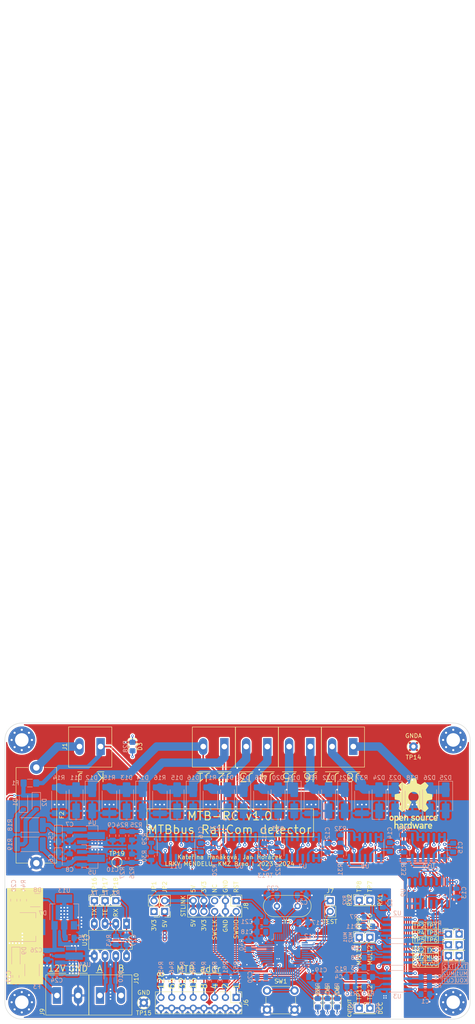
<source format=kicad_pcb>
(kicad_pcb (version 20221018) (generator pcbnew)
  (layers (0 "F.Cu" signal) (1 "In1.Cu" signal) (2 "In2.Cu" signal) (31 "B.Cu" signal) (34 "B.Paste" user) (35 "F.Paste" user) (36 "B.SilkS" user "B.Silkscreen") (37 "F.SilkS" user "F.Silkscreen") (38 "B.Mask" user) (39 "F.Mask" user) (44 "Edge.Cuts" user))
  (net 0 "")
  (net 1 "+5V")
  (net 2 "GND")
  (net 3 "/MTB/CUTOUT")
  (net 4 "Net-(U4-IN)")
  (net 5 "GNDA")
  (net 6 "Net-(U5-VI)")
  (net 7 "+5VA")
  (net 8 "-5VA")
  (net 9 "+3V3")
  (net 10 "RST")
  (net 11 "Net-(U12-PD0)")
  (net 12 "Net-(U12-PD1)")
  (net 13 "Net-(D7-A)")
  (net 14 "Net-(D7-G)")
  (net 15 "Net-(D9-A)")
  (net 16 "Net-(D1-K)")
  (net 17 "K")
  (net 18 "Net-(D2-A)")
  (net 19 "Net-(D3-A)")
  (net 20 "Net-(D4-A)")
  (net 21 "Net-(D5-A)")
  (net 22 "Net-(D6-A)")
  (net 24 "/BUS-")
  (net 25 "/BUS+")
  (net 26 "/DCC/J1")
  (net 27 "/DCC/J2")
  (net 28 "/DCC/J3")
  (net 29 "/DCC/J4")
  (net 30 "/DCC/J5")
  (net 31 "/DCC/J6")
  (net 32 "/DCC/J7")
  (net 33 "/DCC/J8")
  (net 34 "/DCC/J")
  (net 35 "/+12V")
  (net 36 "/MTB/DEBUG1")
  (net 37 "/MTB/DEBUG2")
  (net 38 "SWDIO")
  (net 39 "Net-(J8-Pin_7)")
  (net 40 "SWCLK")
  (net 41 "Net-(J8-Pin_10)")
  (net 43 "ADDR-1")
  (net 44 "ADDR-2")
  (net 45 "ADDR-4")
  (net 46 "ADDR-8")
  (net 47 "ADDR-16")
  (net 48 "ADDR-32")
  (net 49 "ADDR-64")
  (net 50 "ADDR-128")
  (net 51 "/DCC/MULT2")
  (net 52 "/DCC/CUTOUT")
  (net 53 "Net-(U3-C1)")
  (net 54 "Net-(U3-C2)")
  (net 55 "/DCC/TX1")
  (net 56 "Net-(U2-C1)")
  (net 57 "/DCC/TX2")
  (net 58 "Net-(U2-C2)")
  (net 59 "/DCC/MULT1")
  (net 60 "/MTB/RX1")
  (net 61 "/MTB/MULT1")
  (net 62 "Net-(U1-C1)")
  (net 63 "/MTB/MULT2")
  (net 64 "Net-(U1-C2)")
  (net 65 "/MTB/DCC")
  (net 66 "/MTB/RX2")
  (net 67 "Net-(U3-VO1)")
  (net 68 "/DCC/RC1")
  (net 69 "Net-(U6C--)")
  (net 70 "Net-(U7A--)")
  (net 71 "Net-(U7C--)")
  (net 72 "REF+")
  (net 73 "REF-")
  (net 74 "Net-(U10A--)")
  (net 75 "Net-(U8C--)")
  (net 76 "Net-(U11A--)")
  (net 77 "Net-(U10C--)")
  (net 78 "Net-(U12-PB14)")
  (net 79 "Net-(U12-BOOT0)")
  (net 80 "Net-(U12-PB13)")
  (net 81 "Net-(U12-PB12)")
  (net 82 "MTB-TE")
  (net 83 "Net-(U9-X0)")
  (net 84 "MTB-TX")
  (net 85 "MTB-RX")
  (net 86 "Net-(U9-X1)")
  (net 87 "Net-(U9-X2)")
  (net 88 "Net-(U9-X3)")
  (net 89 "Net-(U9-Y2)")
  (net 90 "Net-(U9-Y0)")
  (net 91 "Net-(U9-Y3)")
  (net 92 "Net-(U9-Y1)")
  (net 104 "Net-(U12-PB15)")
  (net 111 "Net-(U8A--)")
  (net 112 "KOUT")
  (footprint "Connector_PinHeader_2.54mm:PinHeader_1x02_P2.54mm_Vertical" (layer "F.Cu") (at 176.911 72.004)
    (fp_text reference "J7")
    (fp_text value "PINHEADER")
  )
  (footprint "TestPoint:TestPoint_Pad_D2.0mm" (layer "F.Cu") (at 126.492 62.865)
    (fp_text reference "TP19")
    (fp_text value "PAD")
  )
  (footprint "TestPoint:TestPoint_Loop_D1.80mm_Drill1.0mm_Beaded" (layer "F.Cu") (at 132.842 96.139)
    (fp_text reference "TP15")
    (fp_text value "RING")
  )
  (footprint "TerminalBlock_Euroclamp:MVE252-5-V" (layer "F.Cu") (at 159.56 35.482 180)
    (fp_text reference "J3" hide)
    (fp_text value "MVE252-5-V")
  )
  (footprint "Connector_PinHeader_2.54mm:PinHeader_1x01_P2.54mm_Vertical" (layer "F.Cu") (at 183.769 97.409)
    (fp_text reference "TP11")
    (fp_text value "PAD")
  )
  (footprint "MountingHole:MountingHole_3.2mm_M3_Pad_Via" (layer "F.Cu") (at 104 96)
    (fp_text reference "H2" hide)
    (fp_text value "MountingHole")
  )
  (footprint "TestPoint:TestPoint_Loop_D1.80mm_Drill1.0mm_Beaded" (layer "F.Cu") (at 196.596 35.56)
    (fp_text reference "TP14")
    (fp_text value "RING")
  )
  (footprint "LED_SMD:LED_0805_2012Metric_Pad1.15x1.40mm_HandSolder" (layer "F.Cu") (at 130.175 35.56 -90)
    (fp_text reference "D3")
    (fp_text value "WHITE")
  )
  (footprint "Connector_PinHeader_2.54mm:PinHeader_1x01_P2.54mm_Vertical" (layer "F.Cu") (at 204.851 79.883)
    (fp_text reference "TP2")
    (fp_text value "PAD")
  )
  (footprint "TerminalBlock_Euroclamp:MVE252-5-V" (layer "F.Cu") (at 114.808 94.488)
    (fp_text reference "J9")
    (fp_text value "MVE252-5-V")
  )
  (footprint "Connector_PinHeader_2.54mm:PinHeader_1x01_P2.54mm_Vertical" (layer "F.Cu") (at 204.851 82.423)
    (fp_text reference "TP4")
    (fp_text value "PAD")
  )
  (footprint "Connector_PinHeader_2.54mm:PinHeader_2x08_P2.54mm_Vertical" (layer "F.Cu") (at 154.686 94.869 -90)
    (fp_text reference "J6")
    (fp_text value "PINHEADER")
  )
  (footprint "Crystal:Crystal_HC49-U_Vertical" (layer "F.Cu") (at 169.201 73.279 180)
    (fp_text reference "Y1")
    (fp_text value "14,7456MHz")
  )
  (footprint "Connector_PinHeader_2.54mm:PinHeader_1x01_P2.54mm_Vertical" (layer "F.Cu") (at 186.309 71.882)
    (fp_text reference "TP7")
    (fp_text value "PAD")
  )
  (footprint "Connector_PinHeader_2.54mm:PinHeader_1x01_P2.54mm_Vertical" (layer "F.Cu") (at 126.238 71.999)
    (fp_text reference "TP18")
    (fp_text value "PAD")
  )
  (footprint "TerminalBlock_Euroclamp:MVE252-5-V" (layer "F.Cu") (at 120.142 35.482 180)
    (fp_text reference "J1")
    (fp_text value "MVE252-5-V")
  )
  (footprint "LED_SMD:LED_0805_2012Metric_Pad1.15x1.40mm_HandSolder" (layer "F.Cu") (at 173.99 96.139 -90)
    (fp_text reference "D4")
    (fp_text value "BLUE")
  )
  (footprint "Connector_PinHeader_2.54mm:PinHeader_1x02_P2.54mm_Vertical" (layer "F.Cu") (at 137.795 74.554 180)
    (fp_text reference "JP2")
    (fp_text value "SJ_2_Open")
  )
  (footprint "Connector_PinHeader_2.54mm:PinHeader_1x01_P2.54mm_Vertical" (layer "F.Cu") (at 121.158 71.999)
    (fp_text reference "TP16")
    (fp_text value "PAD")
  )
  (footprint "Connector_PinHeader_2.54mm:PinHeader_1x01_P2.54mm_Vertical" (layer "F.Cu") (at 186.309 97.409)
    (fp_text reference "TP12")
    (fp_text value "PAD")
  )
  (footprint "Connector_PinHeader_2.54mm:PinHeader_1x01_P2.54mm_Vertical" (layer "F.Cu") (at 123.698 71.999)
    (fp_text reference "TP17")
    (fp_text value "PAD")
  )
  (footprint "Fuse:Fuseholder_Cylinder-5x20mm_Stelvio-Kontek_PTF78_Horizontal_Open" (layer "F.Cu") (at 107.442 40.516 -90)
    (fp_text reference "F2")
    (fp_text value "3.15A")
  )
  (footprint "LED_SMD:LED_0805_2012Metric_Pad1.15x1.40mm_HandSolder" (layer "F.Cu") (at 178.562 96.139 -90)
    (fp_text reference "D6")
    (fp_text value "RED")
  )
  (footprint "LED_SMD:LED_0805_2012Metric_Pad1.15x1.40mm_HandSolder" (layer "F.Cu") (at 176.276 96.139 -90)
    (fp_text reference "D5")
    (fp_text value "GREEN")
  )
  (footprint "Connector_PinHeader_2.54mm:PinHeader_1x01_P2.54mm_Vertical" (layer "F.Cu") (at 183.769 71.882)
    (fp_text reference "TP8")
    (fp_text value "PAD")
  )
  (footprint "Connector_PinHeader_2.54mm:PinHeader_1x01_P2.54mm_Vertical" (layer "F.Cu") (at 207.391 79.883)
    (fp_text reference "TP1")
    (fp_text value "PAD")
  )
  (footprint "Connector_PinHeader_2.54mm:PinHeader_1x01_P2.54mm_Vertical" (layer "F.Cu") (at 186.309 80.645)
    (fp_text reference "TP10")
    (fp_text value "PAD")
  )
  (footprint "MountingHole:MountingHole_3.2mm_M3_Pad_Via" (layer "F.Cu") (at 104 34)
    (fp_text reference "H1" hide)
    (fp_text value "MountingHole")
  )
  (footprint "Button_Switch_THT:SW_PUSH_6mm_H4.3mm" (layer "F.Cu") (at 168.477 97.754 180)
    (fp_text reference "SW1")
    (fp_text value "6x6")
  )
  (footprint "Connector_PinHeader_2.54mm:PinHeader_1x01_P2.54mm_Vertical" (layer "F.Cu") (at 207.391 82.423)
    (fp_text reference "TP3")
    (fp_text value "PAD")
  )
  (footprint "Connector_PinHeader_2.54mm:PinHeader_1x01_P2.54mm_Vertical" (layer "F.Cu") (at 207.391 84.963)
    (fp_text reference "TP6")
    (fp_text value "PAD")
  )
  (footprint "Symbol:OSHW-Logo_11.4x12mm_SilkScreen" (layer "F.Cu") (at 196.596 49.022)
    (fp_text reference "REF**" hide)
    (fp_text value "OSHW-Logo_11.4x12mm_SilkScreen" hide)
  )
  (footprint "TerminalBlock_Euroclamp:MVE252-5-V" (layer "F.Cu") (at 124.968 94.488)
    (fp_text reference "J10")
    (fp_text value "MVE252-5-V")
  )
  (footprint "TerminalBlock_Euroclamp:MVE252-5-V" (layer "F.Cu") (at 179.88 35.482 180)
    (fp_text reference "J5" hide)
    (fp_text value "MVE252-5-V")
  )
  (footprint "MountingHole:MountingHole_3.2mm_M3_Pad_Via" (layer "F.Cu") (at 206 34)
    (fp_text reference "H3" hide)
    (fp_text value "MountingHole")
  )
  (footprint "Connector_PinHeader_2.54mm:PinHeader_1x02_P2.54mm_Vertical" (layer "F.Cu") (at 135.255 74.554 180)
    (fp_text reference "JP1")
    (fp_text value "SJ_2_Open")
  )
  (footprint "Connector_PinHeader_2.54mm:PinHeader_1x01_P2.54mm_Vertical" (layer "F.Cu") (at 204.851 84.963)
    (fp_text reference "TP5")
    (fp_text value "PAD")
  )
  (footprint "TerminalBlock_Euroclamp:MVE252-5-V" (layer "F.Cu") (at 169.72 35.482 180)
    (fp_text reference "J4" hide)
    (fp_text value "MVE252-5-V")
  )
  (footprint "MountingHole:MountingHole_3.2mm_M3_Pad_Via" (layer "F.Cu") (at 206 96)
    (fp_text reference "H4" hide)
    (fp_text value "MountingHole")
  )
  (footprint "TerminalBlock_Euroclamp:MVE252-5-V" (layer "F.Cu") (at 149.4 35.482 180)
    (fp_text reference "J2" hide)
    (fp_text value "MVE252-5-V")
  )
  (footprint "Connector_PinHeader_2.54mm:PinHeader_2x05_P2.54mm_Vertical" (layer "F.Cu") (at 154.686 72.009 -90)
    (fp_text reference "J8")
    (fp_text value "PROG/DEBUG")
  )
  (footprint "Package_DIP:DIP-8_W7.62mm_LongPads" (layer "F.Cu") (at 128.768 77.455 -90)
    (fp_text reference "U15")
    (fp_text value "SN75176AP")
  )
  (footprint "Connector_PinHeader_2.54mm:PinHeader_1x01_P2.54mm_Vertical" (layer "F.Cu") (at 183.769 80.645)
    (fp_text reference "TP9")
    (fp_text value "PAD")
  )
  (footprint "Capacitor_SMD:C_0805_2012Metric" (layer "B.Cu") (at 206.756 70.104 -90)
    (fp_text reference "C13")
    (fp_text value "100n")
  )
  (footprint "Package_TO_SOT_SMD:SOT-89-3_Handsoldering" (layer "B.Cu") (at 115.443 85.09)
    (fp_text reference "U14")
    (fp_text value "L78L05_SOT89")
  )
  (footprint "Resistor_SMD:R_0805_2012Metric_Pad1.20x1.40mm_HandSolder" (layer "B.Cu") (at 173.99 96.139 -90)
    (fp_text reference "R39")
    (fp_text value "1k")
  )
  (footprint "Capacitor_SMD:C_0805_2012Metric" (layer "B.Cu") (at 102.616 89.916 -90)
    (fp_text reference "C29")
    (fp_text value "100n")
  )
  (footprint "Capacitor_SMD:C_0805_2012Metric_Pad1.18x1.45mm_HandSolder" (layer "B.Cu") (at 125.476 61.976 90)
    (fp_text reference "C10")
    (fp_text value "22u")
  )
  (footprint "Package_SO:SO-14_3.9x8.65mm_P1.27mm" (layer "B.Cu") (at 200.152 59.436 90)
    (fp_text reference "U10")
    (fp_text value "LM339")
  )
  (footprint "Diode_SMD:D_SOD-123" (layer "B.Cu") (at 107.442 48.768 -90)
    (fp_text reference "D2")
    (fp_text value "1N5819")
  )
  (footprint "Diode_SMD:D_SMA_Handsoldering" (layer "B.Cu") (at 120.65 48.26 -90)
    (fp_text reference "D12")
    (fp_text value "SS34")
  )
  (footprint "Capacitor_SMD:C_0805_2012Metric_Pad1.18x1.45mm_HandSolder" (layer "B.Cu") (at 199.39 94.107)
    (fp_text reference "C1")
    (fp_text value "100n")
  )
  (footprint "Diode_SMD:D_SMA_Handsoldering" (layer "B.Cu") (at 156.464 48.26 -90)
    (fp_text reference "D18")
    (fp_text value "SS34")
  )
  (footprint "Capacitor_SMD:C_0805_2012Metric_Pad1.18x1.45mm_HandSolder" (layer "B.Cu") (at 170.18 70.739)
    (fp_text reference "C23")
    (fp_text value "22p")
  )
  (footprint "Diode_SMD:D_SMA_Handsoldering" (layer "B.Cu") (at 168.402 48.26 -90)
    (fp_text reference "D19")
    (fp_text value "SS34")
  )
  (footprint "Diode_SMD:D_SMA_Handsoldering" (layer "B.Cu") (at 132.588 48.26 -90)
    (fp_text reference "D14")
    (fp_text value "SS34")
  )
  (footprint "Capacitor_SMD:C_0805_2012Metric_Pad1.18x1.45mm_HandSolder" (layer "B.Cu") (at 163.322 70.739 180)
    (fp_text reference "C22")
    (fp_text value "22p")
  )
  (footprint "Diode_SMD:D_SMA_Handsoldering" (layer "B.Cu") (at 176.53 48.26 90)
    (fp_text reference "D22")
    (fp_text value "SS34")
  )
  (footprint "Resistor_SMD:R_0805_2012Metric_Pad1.20x1.40mm_HandSolder" (layer "B.Cu") (at 176.276 96.139 -90)
    (fp_text reference "R41")
    (fp_text value "1k")
  )
  (footprint "Capacitor_SMD:C_0805_2012Metric_Pad1.18x1.45mm_HandSolder" (layer "B.Cu") (at 146.304 59.436 90)
    (fp_text reference "C16")
    (fp_text value "100n")
  )
  (footprint "Resistor_SMD:R_0805_2012Metric_Pad1.20x1.40mm_HandSolder" (layer "B.Cu") (at 130.048 56.642 -90)
    (fp_text reference "R25")
    (fp_text value "1k/1%")
  )
  (footprint "Resistor_SMD:R_0805_2012Metric_Pad1.20x1.40mm_HandSolder" (layer "B.Cu") (at 199.39 85.725 180)
    (fp_text reference "R6")
    (fp_text value "10k")
  )
  (footprint "Resistor_SMD:R_0805_2012Metric" (layer "B.Cu") (at 164.592 61.468 -90)
    (fp_text reference "R22")
    (fp_text value "1k")
  )
  (footprint "Resistor_SMD:R_0805_2012Metric_Pad1.20x1.40mm_HandSolder" (layer "B.Cu") (at 147.066 91.059 -90)
    (fp_text reference "R49")
    (fp_text value "10k")
  )
  (footprint "Capacitor_SMD:C_0805_2012Metric_Pad1.18x1.45mm_HandSolder" (layer "B.Cu") (at 160.655 90.043 180)
    (fp_text reference "C20")
    (fp_text value "100n")
  )
  (footprint "Resistor_SMD:R_2512_6332Metric_Pad1.40x3.35mm_HandSolder" (layer "B.Cu") (at 136.652 48.26 -90)
    (fp_text reference "R16")
    (fp_text value "1R5")
  )
  (footprint "Capacitor_SMD:C_0805_2012Metric_Pad1.18x1.45mm_HandSolder" (layer "B.Cu") (at 112.268 89.154)
    (fp_text reference "C24")
    (fp_text value "22u")
  )
  (footprint "Resistor_SMD:R_0805_2012Metric_Pad1.20x1.40mm_HandSolder" (layer "B.Cu") (at 185.928 85.471)
    (fp_text reference "R8")
    (fp_text value "1k")
  )
  (footprint "Package_TO_SOT_SMD:SOT-223" (layer "B.Cu") (at 105.41 78.232)
    (fp_text reference "D7")
    (fp_text value "BT148")
  )
  (footprint "Capacitor_SMD:C_0805_2012Metric_Pad1.18x1.45mm_HandSolder" (layer "B.Cu") (at 205.994 59.436 90)
    (fp_text reference "C15")
    (fp_text value "100n")
  )
  (footprint "Resistor_SMD:R_0805_2012Metric_Pad1.20x1.40mm_HandSolder" (layer "B.Cu") (at 154.686 91.059 -90)
    (fp_text reference "R52")
    (fp_text value "10k")
  )
  (footprint "Resistor_SMD:R_0805_2012Metric_Pad1.20x1.40mm_HandSolder" (layer "B.Cu") (at 127.762 56.642 90)
    (fp_text reference "R24")
    (fp_text value "270k/1%")
  )
  (footprint "Resistor_SMD:R_0805_2012Metric_Pad1.20x1.40mm_HandSolder" (layer "B.Cu") (at 199.39 77.343 180)
    (fp_text reference "R4")
    (fp_text value "1k")
  )
  (footprint "Diode_SMD:D_SMA_Handsoldering" (layer "B.Cu") (at 204.216 48.26 -90)
    (fp_text reference "D25")
    (fp_text value "SS34")
  )
  (footprint "Package_SO:SO-14_3.9x8.65mm_P1.27mm" (layer "B.Cu") (at 140.462 59.436 90)
    (fp_text reference "U11")
    (fp_text value "LM339")
  )
  (footprint "Resistor_SMD:R_0805_2012Metric" (layer "B.Cu") (at 164.592 57.404 90)
    (fp_text reference "R23")
    (fp_text value "1k")
  )
  (footprint "Diode_SMD:D_SMA_Handsoldering" (layer "B.Cu") (at 200.406 48.26 90)
    (fp_text reference "D26")
    (fp_text value "SS34")
  )
  (footprint "Capacitor_SMD:C_0805_2012Metric_Pad1.18x1.45mm_HandSolder" (layer "B.Cu") (at 115.316 80.772 180)
    (fp_text reference "C25")
    (fp_text value "22u")
  )
  (footprint "Resistor_SMD:R_0805_2012Metric_Pad1.20x1.40mm_HandSolder" (layer "B.Cu") (at 130.048 61.976 -90)
    (fp_text reference "R26")
    (fp_text value "1k/1%")
  )
  (footprint "Package_TO_SOT_SMD:SOT-89-3_Handsoldering" (layer "B.Cu") (at 120.65 56.642)
    (fp_text reference "U4")
    (fp_text value "L78L05_SOT89")
  )
  (footprint "Resistor_SMD:R_0805_2012Metric_Pad1.20x1.40mm_HandSolder" (layer "B.Cu") (at 185.928 90.043 180)
    (fp_text reference "R12")
    (fp_text value "1k")
  )
  (footprint "Resistor_SMD:R_0805_2012Metric_Pad1.20x1.40mm_HandSolder" (layer "B.Cu") (at 144.526 91.059 -90)
    (fp_text reference "R48")
    (fp_text value "10k")
  )
  (footprint "Package_SO:SO-16_3.9x9.9mm_P1.27mm" (layer "B.Cu") (at 200.152 70.104 90)
    (fp_text reference "U9")
    (fp_text value "4052")
  )
  (footprint "Resistor_SMD:R_0805_2012Metric" (layer "B.Cu") (at 149.606 61.533 -90)
    (fp_text reference "R20")
    (fp_text value "1k")
  )
  (footprint "Capacitor_SMD:C_0805_2012Metric_Pad1.18x1.45mm_HandSolder" (layer "B.Cu") (at 176.276 59.498 90)
    (fp_text reference "C12")
    (fp_text value "100n")
  )
  (footprint "Diode_SMD:D_SOD-123" (layer "B.Cu") (at 102.616 85.344 -90)
    (fp_text reference "D9")
    (fp_text value "1N5819WS")
  )
  (footprint "Capacitor_SMD:C_0805_2012Metric_Pad1.18x1.45mm_HandSolder" (layer "B.Cu") (at 109.982 84.836 -90)
    (fp_text reference "C26")
    (fp_text value "22u/25V")
  )
  (footprint "Package_SO:SO-14_3.9x8.65mm_P1.27mm" (layer "B.Cu") (at 170.434 59.436 90)
    (fp_text reference "U7")
    (fp_text value "LM339")
  )
  (footprint "Diode_SMD:D_SMA_Handsoldering" (layer "B.Cu") (at 140.716 48.26 90)
    (fp_text reference "D15")
    (fp_text value "SS34")
  )
  (footprint "Capacitor_SMD:C_0805_2012Metric_Pad1.18x1.45mm_HandSolder" (layer "B.Cu") (at 185.928 87.757 180)
    (fp_text reference "C3")
    (fp_text value "100n")
  )
  (footprint "Resistor_SMD:R_0805_2012Metric_Pad1.20x1.40mm_HandSolder" (layer "B.Cu") (at 185.928 78.105)
    (fp_text reference "R11")
    (fp_text value "10k")
  )
  (footprint "Resistor_SMD:R_0805_2012Metric_Pad1.20x1.40mm_HandSolder" (layer "B.Cu") (at 181.864 92.329)
    (fp_text reference "R13")
    (fp_text value "10k")
  )
  (footprint "Resistor_SMD:R_2512_6332Metric_Pad1.40x3.35mm_HandSolder" (layer "B.Cu") (at 160.528 48.26 -90)
    (fp_text reference "R35")
    (fp_text value "1R5")
  )
  (footprint "Resistor_SMD:R_0805_2012Metric_Pad1.20x1.40mm_HandSolder" (layer "B.Cu") (at 104.394 71.882 90)
    (fp_text reference "R44")
    (fp_text value "2k2")
  )
  (footprint "Capacitor_SMD:C_0805_2012Metric_Pad1.18x1.45mm_HandSolder" (layer "B.Cu") (at 160.655 76.962)
    (fp_text reference "C21")
    (fp_text value "100n")
  )
  (footprint "Resistor_SMD:R_2512_6332Metric_Pad1.40x3.35mm_HandSolder" (layer "B.Cu") (at 196.342 48.26 -90)
    (fp_text reference "R38")
    (fp_text value "1R5")
  )
  (footprint "Package_SO:SO-14_3.9x8.65mm_P1.27mm" (layer "B.Cu") (at 155.448 59.436 90)
    (fp_text reference "U6")
    (fp_text value "LM339")
  )
  (footprint "Package_QFP:LQFP-48_7x7mm_P0.5mm" (layer "B.Cu") (at 166.751 84.709 -90)
    (fp_text reference "U12")
    (fp_text value "STM32F103C8Tx")
  )
  (footprint "Capacitor_SMD:C_0805_2012Metric_Pad1.18x1.45mm_HandSolder" (layer "B.Cu") (at 189.357 72.517 90)
    (fp_text reference "C2")
    (fp_text value "100n")
  )
  (footprint "Fuse:Fuse_1812_4532Metric_Pad1.30x3.40mm_HandSolder" (layer "B.Cu") (at 106.426 88.392 -90)
    (fp_text reference "F3")
    (fp_text value "200mA")
  )
  (footprint "Diode_SMD:D_SMA_Handsoldering" (layer "B.Cu") (at 128.778 48.26 90)
    (fp_text reference "D13")
    (fp_text value "SS34")
  )
  (footprint "Capacitor_SMD:C_0805_2012Metric_Pad1.18x1.45mm_HandSolder" (layer "B.Cu") (at 191.008 59.3 90)
    (fp_text reference "C14")
    (fp_text value "100n")
  )
  (footprint "TestPoint:TestPoint_Pad_D2.0mm" (layer "B.Cu") (at 161.544 63.754 180)
    (fp_text reference "TP13")
    (fp_text value "PAD")
  )
  (footprint "Capacitor_SMD:C_0805_2012Metric_Pad1.18x1.45mm_HandSolder" (layer "B.Cu") (at 181.864 90.043 180)
    (fp_text reference "C4")
    (fp_text value "1n")
  )
  (footprint "Capacitor_SMD:C_0805_2012Metric" (layer "B.Cu") (at 102.108 71.882 90)
    (fp_text reference "C28")
    (fp_text value "100n")
  )
  (footprint "Resistor_SMD:R_0805_2012Metric_Pad1.20x1.40mm_HandSolder" (layer "B.Cu") (at 185.928 83.185)
    (fp_text reference "R9")
    (fp_text value "1k")
  )
  (footprint "Resistor_SMD:R_2512_6332Metric_Pad1.40x3.35mm_HandSolder" (layer "B.Cu") (at 148.59 48.26 -90)
    (fp_text reference "R17")
    (fp_text value "1R5")
  )
  (footprint "Resistor_SMD:R_0805_2012Metric_Pad1.20x1.40mm_HandSolder" (layer "B.Cu") (at 199.39 92.075 180)
    (fp_text reference "R3")
    (fp_text value "1k")
  )
  (footprint "Resistor_SMD:R_0805_2012Metric" (layer "B.Cu") (at 149.606 57.404 90)
    (fp_text reference "R21")
    (fp_text value "1k")
  )
  (footprint "Resistor_SMD:R_0805_2012Metric" (layer "B.Cu") (at 179.324 61.468 -90)
    (fp_text reference "R31")
    (fp_text value "1k")
  )
  (footprint "Capacitor_Tantalum_SMD:CP_EIA-3216-10_Kemet-I_Pad1.58x1.35mm_HandSolder" (layer "B.Cu") (at 112.649 61.976 -90)
    (fp_text reference "C6")
    (fp_text value "22u")
  )
  (footprint "Capacitor_SMD:C_0805_2012Metric_Pad1.18x1.45mm_HandSolder" (layer "B.Cu") (at 128.778 81.407 90)
    (fp_text reference "C27")
    (fp_text value "100n")
  )
  (footprint "Resistor_SMD:R_0805_2012Metric_Pad1.20x1.40mm_HandSolder" (layer "B.Cu") (at 199.39 79.375 180)
    (fp_text reference "R5")
    (fp_text value "1k")
  )
  (footprint "Package_TO_SOT_SMD:SOT-89-3_Handsoldering" (layer "B.Cu") (at 120.65 61.976)
    (fp_text reference "U5")
    (fp_text value "L79L05_SOT89")
  )
  (footprint "Capacitor_SMD:C_0805_2012Metric_Pad1.18x1.45mm_HandSolder" (layer "B.Cu") (at 115.316 61.976 -90)
    (fp_text reference "C8")
    (fp_text value "100n")
  )
  (footprint "Resistor_SMD:R_0805_2012Metric" (layer "B.Cu") (at 134.62 57.404 -90)
    (fp_text reference "R29")
    (fp_text value "47k")
  )
  (footprint "Resistor_SMD:R_0805_2012Metric_Pad1.20x1.40mm_HandSolder" (layer "B.Cu") (at 178.562 96.139 -90)
    (fp_text reference "R42")
    (fp_text value "1k")
  )
  (footprint "Package_TO_SOT_SMD:SOT-223-3_TabPin2" (layer "B.Cu") (at 114.046 74.676 90)
    (fp_text reference "U13")
    (fp_text value "AMS1117-3.3")
  )
  (footprint "Resistor_SMD:R_0805_2012Metric_Pad1.20x1.40mm_HandSolder" (layer "B.Cu") (at 199.39 83.693 180)
    (fp_text reference "R1")
    (fp_text value "10k")
  )
  (footprint "Fuse:Fuse_1206_3216Metric_Pad1.42x1.75mm_HandSolder" (layer "B.Cu") (at 105.918 44.196)
    (fp_text reference "F1")
    (fp_text value "50/150mA")
  )
  (footprint "Resistor_SMD:R_2512_6332Metric_Pad1.40x3.35mm_HandSolder" (layer "B.Cu") (at 184.404 48.26 -90)
    (fp_text reference "R37")
    (fp_text value "1R5")
  )
  (footprint "Package_SO:SOIC-8_3.9x4.9mm_P1.27mm" (layer "B.Cu") (at 192.786 78.359 180)
    (fp_text reference "U2")
    (fp_text value "VO0631T")
  )
  (footprint "Resistor_SMD:R_2512_6332Metric_Pad1.40x3.35mm_HandSolder" (layer "B.Cu") (at 105.918 58.674 180)
    (fp_text reference "R19")
    (fp_text value "33R")
  )
  (footprint "Resistor_SMD:R_0805_2012Metric_Pad1.20x1.40mm_HandSolder" (layer "B.Cu") (at 136.906 91.059 -90)
    (fp_text reference "R45")
    (fp_text value "10k")
  )
  (footprint "Diode_SMD:D_SMA_Handsoldering" (layer "B.Cu") (at 180.34 48.26 -90)
    (fp_text reference "D21")
    (fp_text value "SS34")
  )
  (footprint "Diode_SMD:D_SMA_Handsoldering" (layer "B.Cu") (at 164.592 48.26 90)
    (fp_text reference "D20")
    (fp_text value "SS34")
  )
  (footprint "Resistor_SMD:R_0805_2012Metric_Pad1.20x1.40mm_HandSolder" (layer "B.Cu") (at 149.606 91.059 -90)
    (fp_text reference "R50")
    (fp_text value "10k")
  )
  (footprint "Package_SO:SO-14_3.9x8.65mm_P1.27mm" (layer "B.Cu") (at 185.166 59.436 90)
    (fp_text reference "U8")
    (fp_text value "LM339")
  )
  (footprint "Capacitor_SMD:C_0805_2012Metric_Pad1.18x1.45mm_HandSolder" (layer "B.Cu") (at 161.29 59.436 90)
    (fp_text reference "C11")
    (fp_text value "100n")
  )
  (footprint "Capacitor_SMD:C_0805_2012Metric_Pad1.18x1.45mm_HandSolder" (layer "B.Cu") (at 160.655 79.375 180)
    (fp_text reference "C18")
    (fp_text value "100n")
  )
  (footprint "Capacitor_SMD:C_0805_2012Metric_Pad1.18x1.45mm_HandSolder" (layer "B.Cu") (at 172.847 90.043)
    (fp_text reference "C19")
    (fp_text value "100n")
  )
  (footprint "Capacitor_SMD:C_0805_2012Metric_Pad1.18x1.45mm_HandSolder" (layer "B.Cu") (at 125.476 56.642 90)
    (fp_text reference "C9")
    (fp_text value "22u")
  )
  (footprint "Package_TO_SOT_SMD:SOT-23" (layer "B.Cu") (at 107.696 71.882)
    (fp_text reference "D8")
    (fp_text value "BZX84C18")
  )
  (footprint "Resistor_SMD:R_0805_2012Metric_Pad1.20x1.40mm_HandSolder" (layer "B.Cu") (at 185.928 92.329)
    (fp_text reference "R10")
    (fp_text value "10k")
  )
  (footprint "Resistor_SMD:R_0805_2012Metric_Pad1.20x1.40mm_HandSolder" (layer "B.Cu") (at 199.39 90.043 180)
    (fp_text reference "R2")
    (fp_text value "1k")
  )
  (footprint "Resistor_SMD:R_0805_2012Metric" (layer "B.Cu") (at 194.31 61.468 -90)
    (fp_text reference "R33")
    (fp_text value "1k")
  )
  (footprint "Resistor_SMD:R_0805_2012Metric_Pad1.20x1.40mm_HandSolder" (layer "B.Cu") (at 141.986 91.059 -90)
    (fp_text reference "R47")
    (fp_text value "10k")
  )
  (footprint "Capacitor_SMD:C_0805_2012Metric_Pad1.18x1.45mm_HandSolder" (layer "B.Cu") (at 115.316 56.642 -90)
    (fp_text reference "C7")
    (fp_text value "100n")
  )
  (footprint "Package_TO_SOT_SMD:SOT-23" (layer "B.Cu") (at 124.968 89.916 90)
    (fp_text reference "D10")
    (fp_text value "SM712_SOT23")
  )
  (footprint "Resistor_SMD:R_0805_2012Metric" (layer "B.Cu") (at 179.324 57.404 90)
    (fp_text reference "R32")
    (fp_text value "1k")
  )
  (footprint "Capacitor_SMD:C_0805_2012Metric_Pad1.18x1.45mm_HandSolder" (layer "B.Cu") (at 170.561 77.089)
    (fp_text reference "C17")
    (fp_text value "100n")
  )
  (footprint "Resistor_SMD:R_0805_2012Metric_Pad1.20x1.40mm_HandSolder" (layer "B.Cu") (at 157.607 82.423 90)
    (fp_text reference "R40")
    (fp_text value "10k")
  )
  (footprint "Package_SO:SOIC-8_3.9x4.9mm_P1.27mm" (layer "B.Cu") (at 192.786 84.709)
    (fp_text reference "U1")
    (fp_text value "VO0631T")
  )
  (footprint "Resistor_SMD:R_0805_2012Metric_Pad1.20x1.40mm_HandSolder" (layer "B.Cu") (at 130.175 35.56 -90)
    (fp_text reference "R28")
    (fp_text value "1k")
  )
  (footprint "Capacitor_Tantalum_SMD:CP_EIA-3216-10_Kemet-I_Pad1.58x1.35mm_HandSolder" (layer "B.Cu") (at 112.649 56.642 -90)
    (fp_text reference "C5")
    (fp_text value "22u")
  )
  (footprint "Diode_SMD:D_SMA_Handsoldering" (layer "B.Cu") (at 188.468 48.26 90)
    (fp_text reference "D24")
    (fp_text value "SS34")
  )
  (footprint "Resistor_SMD:R_0805_2012Metric_Pad1.20x1.40mm_HandSolder" (layer "B.Cu") (at 139.446 91.059 -90)
    (fp_text reference "R46")
    (fp_text value "10k")
  )
  (footprint "Resistor_SMD:R_0805_2012Metric" (layer "B.Cu") (at 194.31 57.404 90)
    (fp_text reference "R34")
    (fp_text value "1k")
  )
  (footprint "Diode_SMD:D_SMA_Handsoldering" (layer "B.Cu") (at 144.526 48.26 -90)
    (fp_text reference "D16")
    (fp_text value "SS34")
  )
  (footprint "Resistor_SMD:R_2512_6332Metric_Pad1.40x3.35mm_HandSolder" (layer "B.Cu") (at 112.776 48.26 -90)
    (fp_text reference "R14")
    (fp_text value "1R5")
  )
  (footprint "Resistor_SMD:R_0805_2012Metric_Pad1.20x1.40mm_HandSolder" (layer "B.Cu") (at 152.146 91.059 -90)
    (fp_text reference "R51")
    (fp_text value "10k")
  )
  (footprint "Resistor_SMD:R_0805_2012Metric_Pad1.20x1.40mm_HandSolder" (layer "B.Cu") (at 185.928 75.819)
    (fp_text reference "R7")
    (fp_text value "10k")
  )
  (footprint "Resistor_SMD:R_2512_6332Metric_Pad1.40x3.35mm_HandSolder" (layer "B.Cu") (at 124.714 48.2145 -90)
    (fp_text reference "R15")
    (fp_text value "1R5")
  )
  (footprint "Resistor_SMD:R_0805_2012Metric_Pad1.20x1.40mm_HandSolder" (layer "B.Cu") (at 126.238 81.407 -90)
    (fp_text reference "R43")
    (fp_text value "10k")
  )
  (footprint "Diode_SMD:D_SMA_Handsoldering" (layer "B.Cu") (at 192.278 48.26 -90)
    (fp_text reference "D23")
    (fp_text value "SS34")
  )
  (footprint "Package_SO:SOIC-8_3.9x4.9mm_P1.27mm" (layer "B.Cu") (at 192.786 91.059 180)
    (fp_text reference "U3")
    (fp_text value "VO0631T")
  )
  (footprint "Diode_SMD:D_SMA_Handsoldering" (layer "B.Cu") (at 152.654 48.26 90)
    (fp_text reference "D17")
    (fp_text value "SS34")
  )
  (footprint "Resistor_SMD:R_2512_6332Metric_Pad1.40x3.35mm_HandSolder" (layer "B.Cu") (at 105.918 54.102 180)
    (fp_text reference "R18")
    (fp_text value "33R")
  )
  (footprint "Resistor_SMD:R_0805_2012Metric_Pad1.20x1.40mm_HandSolder" (layer "B.Cu") (at 127.762 61.976 90)
    (fp_text reference "R27")
    (fp_text value "270k/1%")
  )
  (footprint "Diode_SMD:D_SOD-123" (layer "B.Cu") (at 104.394 48.768 90)
    (fp_text reference "D1")
    (fp_text value "1N5819")
  )
  (footprint "Resistor_SMD:R_2512_6332Metric_Pad1.40x3.35mm_HandSolder" (layer "B.Cu") (at 172.466 48.26 -90)
    (fp_text reference "R36")
    (fp_text value "1R5")
  )
  (footprint "Diode_SMD:D_SMA_Handsoldering" (layer "B.Cu") (at 116.84 48.26 90)
    (fp_text reference "D11")
    (fp_text value "SS34")
  )
  (footprint "Resistor_SMD:R_0805_2012Metric" (layer "B.Cu") (at 134.62 61.468 -90)
    (fp_text reference "R30")
    (fp_text value "1k")
  )
  (gr_line (start 209.4865 89.9795) (end 203.3905 89.9795) (stroke (width 0.15)) (layer "B.SilkS"))
  (gr_line (start 178.054 88.9) (end 185.293 88.9) (stroke (width 0.15)) (layer "B.SilkS"))
  (gr_line (start 206.502 91.6305) (end 206.502 86.6775) (stroke (width 0.15)) (layer "B.SilkS"))
  (gr_line (start 209.4865 91.6305) (end 203.3905 91.6305) (stroke (width 0.15)) (layer "B.SilkS"))
  (gr_line (start 203.3905 91.6305) (end 203.3905 88.3285) (stroke (width 0.15)) (layer "B.SilkS"))
  (gr_line (start 185.547 88.9) (end 185.955 89.308) (stroke (width 0.15)) (layer "B.SilkS"))
  (gr_line (start 209.4865 86.6775) (end 209.4865 91.6305) (stroke (width 0.15)) (layer "B.SilkS"))
  (gr_line (start 203.3905 86.6775) (end 209.4865 86.6775) (stroke (width 0.15)) (layer "B.SilkS"))
  (gr_line (start 203.3905 88.3285) (end 209.4865 88.3285) (stroke (width 0.15)) (layer "B.SilkS"))
  (gr_line (start 203.3905 88.3285) (end 203.3905 86.6775) (stroke (width 0.15)) (layer "B.SilkS"))
  (gr_line (start 185.293 88.9) (end 185.547 88.9) (stroke (width 0.15)) (layer "B.SilkS"))
  (gr_line (start 118.364 41.529) (end 117.221 41.529) (stroke (width 0.15)) (layer "F.SilkS"))
  (gr_line (start 202.5015 86.106) (end 196.4055 86.106) (stroke (width 0.15)) (layer "F.SilkS"))
  (gr_line (start 165.608 41.529) (end 168.91 41.529) (stroke (width 0.15)) (layer "F.SilkS"))
  (gr_line (start 202.5015 80.391) (end 196.4055 80.391) (stroke (width 0.15)) (layer "F.SilkS"))
  (gr_line (start 202.5015 87.757) (end 196.4055 87.757) (stroke (width 0.15)) (layer "F.SilkS"))
  (gr_line (start 126.873 89.027) (end 128.143 89.027) (stroke (width 0.15)) (layer "F.SilkS"))
  (gr_line (start 172.974 56.896) (end 172.974 50.292) (stroke (width 0.15)) (layer "F.SilkS"))
  (gr_line (start 110.109 89.154) (end 114.427 89.154) (stroke (width 0.15)) (layer "F.SilkS"))
  (gr_line (start 199.39 77.089) (end 199.39 82.042) (stroke (width 0.15)) (layer "F.SilkS"))
  (gr_line (start 133.604 50.292) (end 133.604 56.896) (stroke (width 0.15)) (layer "F.SilkS"))
  (gr_line (start 170.561 41.529) (end 173.863 41.529) (stroke (width 0.15)) (layer "F.SilkS"))
  (gr_line (start 196.4055 77.089) (end 202.5015 77.089) (stroke (width 0.15)) (layer "F.SilkS"))
  (gr_line (start 202.5015 78.74) (end 202.5015 82.042) (stroke (width 0.15)) (layer "F.SilkS"))
  (gr_line (start 202.5015 77.089) (end 202.5015 78.74) (stroke (width 0.15)) (layer "F.SilkS"))
  (gr_line (start 121.793 41.529) (end 123.444 41.529) (stroke (width 0.15)) (layer "F.SilkS"))
  (gr_line (start 160.401 41.529) (end 163.703 41.529) (stroke (width 0.15)) (layer "F.SilkS"))
  (gr_line (start 145.288 41.529) (end 148.59 41.529) (stroke (width 0.15)) (layer "F.SilkS"))
  (gr_line (start 115.189 89.154) (end 119.507 89.154) (stroke (width 0.15)) (layer "F.SilkS"))
  (gr_line (start 196.4055 84.455) (end 202.5015 84.455) (stroke (width 0.15)) (layer "F.SilkS"))
  (gr_line (start 140.843 89.154) (end 151.003 89.154) (stroke (width 0.15)) (layer "F.SilkS"))
  (gr_line (start 202.5015 82.804) (end 202.5015 84.455) (stroke (width 0.15)) (layer "F.SilkS"))
  (gr_line (start 202.5015 82.042) (end 196.4055 82.042) (stroke (width 0.15)) (layer "F.SilkS"))
  (gr_line (start 121.539 89.027) (end 123.19 89.027) (stroke (width 0.15)) (layer "F.SilkS"))
  (gr_line (start 180.721 41.529) (end 184.023 41.529) (stroke (width 0.15)) (layer "F.SilkS"))
  (gr_line (start 196.4055 82.804) (end 202.5015 82.804) (stroke (width 0.15)) (layer "F.SilkS"))
  (gr_line (start 199.39 82.804) (end 199.39 87.757) (stroke (width 0.15)) (layer "F.SilkS"))
  (gr_line (start 155.448 41.529) (end 158.75 41.529) (stroke (width 0.15)) (layer "F.SilkS"))
  (gr_line (start 150.241 41.529) (end 153.543 41.529) (stroke (width 0.15)) (layer "F.SilkS"))
  (gr_line (start 172.974 50.292) (end 133.604 50.292) (stroke (width 0.15)) (layer "F.SilkS"))
  (gr_line (start 196.4055 87.757) (end 196.4055 82.804) (stroke (width 0.15)) (layer "F.SilkS"))
  (gr_line (start 196.4055 82.042) (end 196.4055 77.089) (stroke (width 0.15)) (layer "F.SilkS"))
  (gr_line (start 202.5015 84.455) (end 202.5015 87.757) (stroke (width 0.15)) (layer "F.SilkS"))
  (gr_line (start 175.768 41.529) (end 179.07 41.529) (stroke (width 0.15)) (layer "F.SilkS"))
  (gr_line (start 196.4055 78.74) (end 202.5015 78.74) (stroke (width 0.15)) (layer "F.SilkS"))
  (gr_rect (start 100.584 69.088) (end 108.966 91.694) (stroke (width 0.15)) (fill solid) (layer "F.SilkS"))
  (gr_line (start 133.604 56.896) (end 172.974 56.896) (stroke (width 0.15)) (layer "F.SilkS"))
  (gr_arc (start 104 100) (mid 101.171573 98.828427) (end 100 96) (stroke (width 0.1)) (layer "Edge.Cuts"))
  (gr_arc (start 206 30) (mid 208.828427 31.171573) (end 210 34) (stroke (width 0.1)) (layer "Edge.Cuts"))
  (gr_line (start 206 100) (end 104 100) (stroke (width 0.1)) (layer "Edge.Cuts"))
  (gr_arc (start 210 96) (mid 208.828427 98.828427) (end 206 100) (stroke (width 0.1)) (layer "Edge.Cuts"))
  (gr_line (start 104 30) (end 206 30) (stroke (width 0.1)) (layer "Edge.Cuts"))
  (gr_line (start 100 96) (end 100 34) (stroke (width 0.1)) (layer "Edge.Cuts"))
  (gr_arc (start 100 34) (mid 101.171573 31.171573) (end 104 30) (stroke (width 0.1)) (layer "Edge.Cuts"))
  (gr_line (start 210 34) (end 210 96) (stroke (width 0.1)) (layer "Edge.Cuts"))
  (gr_text "MU1" (at 207.9625 89.2175) (layer "B.SilkS") (effects (font (size 0.9 0.9)) (justify mirror)))
  (gr_text "TE" (at 123.698 70.739) (layer "B.SilkS") (effects (font (size 1 1)) (justify bottom mirror)))
  (gr_text "TX2" (at 204.9145 87.5665) (layer "B.SilkS") (effects (font (size 1 1)) (justify mirror)))
  (gr_text "TX1" (at 207.9625 87.5665) (layer "B.SilkS") (effects (font (size 1 1)) (justify mirror)))
  (gr_text "CUT" (at 181.864 97.409 90) (layer "B.SilkS") (effects (font (size 0.8 0.8)) (justify mirror)))
  (gr_text "CUT" (at 204.9145 90.8685) (layer "B.SilkS") (effects (font (size 0.9 0.9)) (justify mirror)))
  (gr_text "DCC" (at 188.214 97.409 90) (layer "B.SilkS") (effects (font (size 0.8 0.8)) (justify mirror)))
  (gr_text "MU2" (at 204.9145 89.2175) (layer "B.SilkS") (effects (font (size 0.9 0.9)) (justify mirror)))
  (gr_text "MU1\nMU2" (at 181.102 80.645 90) (layer "B.SilkS") (effects (font (size 0.8 0.8)) (justify mirror)))
  (gr_text "RX" (at 126.238 70.739) (layer "B.SilkS") (effects (font (size 1 1)) (justify bottom mirror)))
  (gr_text "KOU" (at 207.9625 90.8685) (layer "B.SilkS") (effects (font (size 0.9 0.9)) (justify mirror)))
  (gr_text "RX2\nRX1" (at 180.975 71.882 90) (layer "B.SilkS") (effects (font (size 0.8 0.8)) (justify mirror)))
  (gr_text "TX" (at 121.158 70.739) (layer "B.SilkS") (effects (font (size 1 1)) (justify bottom mirror)))
  (gr_text "RX2" (at 181.483 71.882 90) (layer "F.SilkS") (effects (font (size 1 1))))
  (gr_text "RST" (at 154.686 70.231 90) (layer "F.SilkS") (effects (font (size 1 1)) (justify left)))
  (gr_text "16" (at 144.526 93.091 90) (layer "F.SilkS") (effects (font (size 1.5 1.5) (thickness 0.2)) (justify left)))
  (gr_text "SWDIO" (at 154.686 76.327 90) (layer "F.SilkS") (effects (font (size 1 1)) (justify right)))
  (gr_text "J1" (at 146.939 42.799 180) (layer "F.SilkS") (effects (font (size 2 2) (thickness 0.2))))
  (gr_text "J2" (at 151.892 42.799 180) (layer "F.SilkS") (effects (font (size 2 2) (thickness 0.2))))
  (gr_text "MULT2" (at 186.309 82.423 90) (layer "F.SilkS") (effects (font (size 1 1)) (justify right)))
  (gr_text "GND" (at 152.146 76.327 90) (layer "F.SilkS") (effects (font (size 1 1)) (justify right)))
  (gr_text "K" (at 122.682 42.799 180) (layer "F.SilkS") (effects (font (size 2 2) (thickness 0.2))))
  (gr_text "DCC" (at 188.214 97.409 90) (layer "F.SilkS") (effects (font (size 1 1)) (justify top)))
  (gr_text "J6" (at 172.212 42.799 180) (layer "F.SilkS") (effects (font (size 2 2) (thickness 0.2))))
  (gr_text "TEST" (at 176.911 76.962) (layer "F.SilkS") (effects (font (size 1 1))))
  (gr_text "MTB addr" (at 145.796 88.138) (layer "F.SilkS") (effects (font (size 1.5 1.5) (thickness 0.1875))))
  (gr_text "Kateřina Hanáková, Jan Horáček\nLRKV MENDELU, KMŽ Brno I 2023-2024" (at 153.162 62.484) (layer "F.SilkS") (effects (font (size 1 1))))
  (gr_text "J4" (at 162.052 42.799 180) (layer "F.SilkS") (effects (font (size 2 2) (thickness 0.2))))
  (gr_text "3V3" (at 147.066 70.231 90) (layer "F.SilkS") (effects (font (size 1 1)) (justify left)))
  (gr_text "3V3" (at 135.255 76.327 90) (layer "F.SilkS") (effects (font (size 1 1)) (justify right)))
  (gr_text "GND" (at 152.146 70.231 90) (layer "F.SilkS") (effects (font (size 1 1)) (justify left)))
  (gr_text "GND" (at 132.842 93.726) (layer "F.SilkS") (effects (font (size 1 1))))
  (gr_text "J7" (at 177.419 42.799 180) (layer "F.SilkS") (effects (font (size 2 2) (thickness 0.2))))
  (gr_text "RX1" (at 188.722 71.882 90) (layer "F.SilkS") (effects (font (size 1 1))))
  (gr_text "3V3" (at 147.066 76.327 90) (layer "F.SilkS") (effects (font (size 1 1)) (justify right)))
  (gr_text "128" (at 136.906 93.091 90) (layer "F.SilkS") (effects (font (size 1.5 1.5) (thickness 0.2)) (justify left)))
  (gr_text "MULT1" (at 183.769 82.423 90) (layer "F.SilkS") (effects (font (size 1 1)) (justify right)))
  (gr_text "8" (at 147.066 93.091 90) (layer "F.SilkS") (effects (font (size 1.5 1.5) (thickness 0.2)) (justify left)))
  (gr_text "GNDA" (at 196.596 33.02) (layer "F.SilkS") (effects (font (size 1 1))))
  (gr_text "B" (at 127.488583 87.99755) (layer "F.SilkS") (effects (font (size 1.5 1.5) (thickness 0.2))))
  (gr_text "NC" (at 149.606 70.231 90) (layer "F.SilkS") (effects (font (size 1 1)) (justify left)))
  (gr_text "TE" (at 123.698 73.787 90) (layer "F.SilkS") (effects (font (size 1 1)) (justify right)))
  (gr_text "12V" (at 112.268 88.011) (layer "F.SilkS") (effects (font (size 1.5 1.5) (thickness 0.2))))
  (gr_text "MTB-RC v1.0\nMTBbus RailCom detector" (at 153.162 53.594) (layer "F.SilkS") (effects (font (size 2 2) (thickness 0.25))))
  (gr_text "RX" (at 126.238 73.787 90) (layer "F.SilkS") (effects (font (size 1 1)) (justify right)))
  (gr_text "STLINK" (at 142.748 73.279 90) (layer "F.SilkS") (effects (font (size 1 1)) (justify bottom)))
  (gr_text "32" (at 141.986 93.091 90) (layer "F.SilkS") (effects (font (size 1.5 1.5) (thickness 0.2)) (justify left)))
  (gr_text "TX" (at 121.158 73.787 90) (layer "F.SilkS") (effects (font (size 1 1)) (justify right)))
  (gr_text "KOU" (at 200.9775 86.995) (layer "F.SilkS") (effects (font (size 0.9 0.9))))
  (gr_text "J5" (at 167.259 42.799 180) (layer "F.SilkS") (effects (font (size 2 2) (thickness 0.2))))
  (gr_text "4" (at 149.606 93.091 90) (layer "F.SilkS") (effects (font (size 1.5 1.5) (thickness 0.2)) (justify left)))
  (gr_text "5V" (at 144.526 76.327 90) (layer "F.SilkS") (effects (font (size 1 1)) (justify right)))
  (gr_text "64" (at 139.446 93.091 90) (layer "F.SilkS") (effects (font (size 1.5 1.5) (thickness 0.2)) (justify left)))
  (gr_text "J3" (at 157.099 42.799 180) (layer "F.SilkS") (effects (font (size 2 2) (thickness 0.2))))
  (gr_text "2" (at 152.146 93.091 90) (layer "F.SilkS") (effects (font (size 1.5 1.5) (thickness 0.2)) (justify left)))
  (gr_text "GND" (at 117.348 88.011) (layer "F.SilkS") (effects (font (size 1.5 1.5) (thickness 0.2))))
  (gr_text "TX1" (at 200.9775 83.693) (layer "F.SilkS") (effects (font (size 1 1))))
  (gr_text "CUT" (at 197.9295 86.995) (layer "F.SilkS") (effects (font (size 0.9 0.9))))
  (gr_text "1" (at 154.686 93.091 90) (layer "F.SilkS") (effects (font (size 1.5 1.5) (thickness 0.2)) (justify left)))
  (gr_text "J" (at 117.729 42.799 180) (layer "F.SilkS") (effects (font (size 2 2) (thickness 0.2))))
  (gr_text "SWCLK" (at 149.606 76.327 90) (layer "F.SilkS") (effects (font (size 1 1)) (justify right)))
  (gr_text "MU2" (at 197.9295 85.344) (layer "F.SilkS") (effects (font (size 0.9 0.9))))
  (gr_text "5V" (at 137.795 76.454 90) (layer "F.SilkS") (effects (font (size 1 1)) (justify right)))
  (gr_text "CUTOUT" (at 181.483 97.409 90) (layer "F.SilkS") (effects (font (size 0.75 0.75))))
  (gr_text "MU1" (at 200.9775 85.344) (layer "F.SilkS") (effects (font (size 0.9 0.9))))
  (gr_text "TX2" (at 197.9295 83.693) (layer "F.SilkS") (effects (font (size 1 1))))
  (gr_text "5V" (at 144.526 70.231 90) (layer "F.SilkS") (effects (font (size 1 1)) (justify left)))
  (gr_text "A" (at 122.428 88.011) (layer "F.SilkS") (effects (font (size 1.5 1.5) (thickness 0.2))))
  (gr_text "J8" (at 182.372 42.799 180) (layer "F.SilkS") (effects (font (size 2 2) (thickness 0.2))))
  (segment (start 137.795 74.554) (end 137.795 79.629) (width 1) (layer "F.Cu") (net 1))
  (segment (start 137.795 80.391) (end 137.795 81.153) (width 1) (layer "F.Cu") (net 1))
  (via (at 137.795 80.391) (size 0.8) (drill 0.4) (layers "F.Cu" "B.Cu") (net 1))
  (via (at 116.078 86.868) (size 0.8) (drill 0.4) (layers "F.Cu" "B.Cu") (net 1))
  (via (at 190.754 75.057) (size 0.8) (drill 0.4) (layers "F.Cu" "B.Cu") (net 1))
  (via (at 115.316 88.392) (size 0.8) (drill 0.4) (layers "F.Cu" "B.Cu") (net 1))
  (via (at 116.84 87.63) (size 0.8) (drill 0.4) (layers "F.Cu" "B.Cu") (net 1))
  (via (at 137.795 79.629) (size 0.8) (drill 0.4) (layers "F.Cu" "B.Cu") (net 1))
  (via (at 116.078 88.392) (size 0.8) (drill 0.4) (layers "F.Cu" "B.Cu") (net 1))
  (via (at 115.316 89.154) (size 0.8) (drill 0.4) (layers "F.Cu" "B.Cu") (net 1))
  (via (at 137.795 81.153) (size 0.8) (drill 0.4) (layers "F.Cu" "B.Cu") (net 1))
  (via (at 115.316 86.868) (size 0.8) (drill 0.4) (layers "F.Cu" "B.Cu") (net 1))
  (via (at 116.84 89.154) (size 0.8) (drill 0.4) (layers "F.Cu" "B.Cu") (net 1))
  (via (at 116.078 89.154) (size 0.8) (drill 0.4) (layers "F.Cu" "B.Cu") (net 1))
  (via (at 116.078 87.63) (size 0.8) (drill 0.4) (layers "F.Cu" "B.Cu") (net 1))
  (via (at 190.311 87.884) (size 0.8) (drill 0.4) (layers "F.Cu" "B.Cu") (net 1))
  (via (at 116.84 88.392) (size 0.8) (drill 0.4) (layers "F.Cu" "B.Cu") (net 1))
  (via (at 115.316 87.63) (size 0.8) (drill 0.4) (layers "F.Cu" "B.Cu") (net 1))
  (via (at 116.84 86.868) (size 0.8) (drill 0.4) (layers "F.Cu" "B.Cu") (net 1))
  (segment (start 190.311 76.454) (end 190.754 76.011) (width 0.4) (layer "B.Cu") (net 1))
  (segment (start 190.053 73.467) (end 189.357 73.467) (width 0.4) (layer "B.Cu") (net 1))
  (segment (start 128.768 82.367) (end 128.778 82.357) (width 0.6) (layer "B.Cu") (net 1))
  (segment (start 190.754 76.011) (end 190.754 75.057) (width 0.4) (layer "B.Cu") (net 1))
  (segment (start 113.366 89.0935) (end 113.3055 89.154) (width 1) (layer "B.Cu") (net 1))
  (segment (start 190.754 74.168) (end 190.053 73.467) (width 0.4) (layer "B.Cu") (net 1))
  (segment (start 186.878 87.757) (end 188.275 89.154) (width 0.4) (layer "B.Cu") (net 1))
  (segment (start 190.311 89.154) (end 190.311 87.884) (width 0.4) (layer "B.Cu") (net 1))
  (segment (start 128.768 85.075) (end 128.768 82.367) (width 0.6) (layer "B.Cu") (net 1))
  (segment (start 188.275 89.154) (end 190.311 89.154) (width 0.4) (layer "B.Cu") (net 1))
  (segment (start 190.754 75.057) (end 190.754 74.168) (width 0.4) (layer "B.Cu") (net 1))
  (via (at 149.606 88.011) (size 0.6) (drill 0.3) (layers "F.Cu" "B.Cu") (net 2))
  (via (at 183.515 86.995) (size 0.6) (drill 0.3) (layers "F.Cu" "B.Cu") (net 2))
  (via (at 118.11 77.47) (size 0.8) (drill 0.4) (layers "F.Cu" "B.Cu") (net 2))
  (via (at 124.968 95.25) (size 0.8) (drill 0.4) (layers "F.Cu" "B.Cu") (net 2))
  (via (at 130.429 80.518) (size 0.8) (drill 0.4) (layers "F.Cu" "B.Cu") (net 2))
  (via (at 149.606 87.503) (size 0.6) (drill 0.3) (layers "F.Cu" "B.Cu") (net 2))
  (via (at 171.577 78.613) (size 0.6) (drill 0.3) (layers "F.Cu" "B.Cu") (net 2))
  (via (at 109.22 87.376) (size 0.8) (drill 0.4) (layers "F.Cu" "B.Cu") (net 2))
  (via (at 157.226 87.122) (size 0.6) (drill 0.3) (layers "F.Cu" "B.Cu") (net 2))
  (via (at 188.468 80.264) (size 0.6) (drill 0.3) (layers "F.Cu" "B.Cu") (net 2))
  (via (at 124.968 87.122) (size 0.8) (drill 0.4) (layers "F.Cu" "B.Cu") (net 2))
  (via (at 164.592 91.186) (size 0.6) (drill 0.3) (layers "F.Cu" "B.Cu") (net 2))
  (via (at 158.369 79.375) (size 0.6) (drill 0.3) (layers "F.Cu" "B.Cu") (net 2))
  (via (at 168.656 87.376) (size 0.6) (drill 0.3) (layers "F.Cu" "B.Cu") (net 2))
  (via (at 190.119 94.996) (size 0.6) (drill 0.3) (layers "F.Cu" "B.Cu") (net 2))
  (via (at 189.611 94.488) (size 0.6) (drill 0.3) (layers "F.Cu" "B.Cu") (net 2))
  (via (at 117.348 75.946) (size 0.8) (drill 0.4) (layers "F.Cu" "B.Cu") (net 2))
  (via (at 102.616 82.042) (size 0.8) (drill 0.4) (layers "F.Cu" "B.Cu") (net 2))
  (via (at 164.338 85.725) (size 0.6) (drill 0.3) (layers "F.Cu" "B.Cu") (net 2))
  (via (at 172.593 70.739) (size 0.8) (drill 0.4) (layers "F.Cu" "B.Cu") (net 2))
  (via (at 101.092 91.44) (size 0.8) (drill 0.4) (layers "F.Cu" "B.Cu") (net 2))
  (via (at 124.968 92.964) (size 0.8) (drill 0.4) (layers "F.Cu" "B.Cu") (net 2))
  (via (at 104.14 82.042) (size 0.8) (drill 0.4) (layers "F.Cu" "B.Cu") (net 2))
  (via (at 190.119 94.488) (size 0.6) (drill 0.3) (layers "F.Cu" "B.Cu") (net 2))
  (via (at 118.11 76.708) (size 0.8) (drill 0.4) (layers "F.Cu" "B.Cu") (net 2))
  (via (at 167.513 82.296) (size 0.6) (drill 0.3) (layers "F.Cu" "B.Cu") (net 2))
  (via (at 104.14 79.756) (size 0.8) (drill 0.4) (layers "F.Cu" "B.Cu") (net 2))
  (via (at 101.092 90.678) (size 0.8) (drill 0.4) (layers "F.Cu" "B.Cu") (net 2))
  (via (at 104.14 81.28) (size 0.8) (drill 0.4) (layers "F.Cu" "B.Cu") (net 2))
  (via (at 164.338 82.423) (size 0.6) (drill 0.3) (layers "F.Cu" "B.Cu") (net 2))
  (via (at 150.114 88.011) (size 0.6) (drill 0.3) (layers "F.Cu" "B.Cu") (net 2))
  (via (at 160.909 81.915) (size 0.6) (drill 0.3) (layers "F.Cu" "B.Cu") (net 2))
  (via (at 104.394 69.596) (size 0.8) (drill 0.4) (layers "F.Cu" "B.Cu") (net 2))
  (via (at 187.833 73.787) (size 0.6) (drill 0.3) (layers "F.Cu" "B.Cu") (net 2))
  (via (at 175.133 90.043) (size 0.6) (drill 0.3) (layers "F.Cu" "B.Cu") (net 2))
  (via (at 101.092 82.042) (size 0.8) (drill 0.4) (layers "F.Cu" "B.Cu") (net 2))
  (via (at 104.14 80.518) (size 0.8) (drill 0.4) (layers "F.Cu" "B.Cu") (net 2))
  (via (at 103.378 82.042) (size 0.8) (drill 0.4) (layers "F.Cu" "B.Cu") (net 2))
  (via (at 158.369 76.962) (size 0.6) (drill 0.3) (layers "F.Cu" "B.Cu") (net 2))
  (via (at 118.11 75.946) (size 0.8) (drill 0.4) (layers "F.Cu" "B.Cu") (net 2))
  (via (at 150.114 87.503) (size 0.6) (drill 0.3) (layers "F.Cu" "B.Cu") (net 2))
  (via (at 101.092 89.916) (size 0.8) (drill 0.4) (layers "F.Cu" "B.Cu") (net 2))
  (via (at 101.854 82.042) (size 0.8) (drill 0.4) (layers "F.Cu" "B.Cu") (net 2))
  (via (at 171.577 73.787) (size 0.6) (drill 0.3) (layers "F.Cu" "B.Cu") (net 2))
  (via (at 124.968 93.726) (size 0.8) (drill 0.4) (layers "F.Cu" "B.Cu") (net 2))
  (via (at 124.968 94.488) (size 0.8) (drill 0.4) (layers "F.Cu" "B.Cu") (net 2))
  (via (at 102.108 69.596) (size 0.8) (drill 0.4) (layers "F.Cu" "B.Cu") (net 2))
  (via (at 109.982 87.376) (size 0.8) (drill 0.4) (layers "F.Cu" "B.Cu") (net 2))
  (via (at 160.909 70.739) (size 0.8) (drill 0.4) (layers "F.Cu" "B.Cu") (net 2))
  (via (at 172.847 88.519) (size 0.6) (drill 0.3) (layers "F.Cu" "B.Cu") (net 2))
  (via (at 115.824 82.677) (size 0.8) (drill 0.4) (layers "F.Cu" "B.Cu") (net 2))
  (via (at 179.705 88.519) (size 0.6) (drill 0.3) (layers "F.Cu" "B.Cu") (net 2))
  (via (at 155.956 81.534) (size 0.6) (drill 0.3) (layers "F.Cu" "B.Cu") (net 2))
  (via (at 159.639 91.821) (size 0.6) (drill 0.3) (layers "F.Cu" "B.Cu") (net 2))
  (via (at 118.11 78.232) (size 0.8) (drill 0.4) (layers "F.Cu" "B.Cu") (net 2))
  (via (at 110.744 87.376) (size 0.8) (drill 0.4) (layers "F.Cu" "B.Cu") (net 2))
  (via (at 189.611 94.996) (size 0.6) (drill 0.3) (layers "F.Cu" "B.Cu") (net 2))
  (via (at 116.586 82.677) (size 0.8) (drill 0.4) (layers "F.Cu" "B.Cu") (net 2))
  (via (at 164.846 85.725) (size 0.6) (drill 0.3) (layers "F.Cu" "B.Cu") (net 2))
  (via (at 117.348 82.677) (size 0.8) (drill 0.4) (layers "F.Cu" "B.Cu") (net 2))
  (segment (start 164.338 82.423) (end 164.084 82.459) (width 0.3) (layer "B.Cu") (net 2))
  (segment (start 167.501 80.5465) (end 167.501 81.776) (width 0.3) (layer "B.Cu") (net 2))
  (segment (start 167.501 80.5465) (end 167.501 79.121) (width 0.3) (layer "B.Cu") (net 2))
  (segment (start 164.501 88.8715) (end 164.501 90.007) (width 0.3) (layer "B.Cu") (net 2))
  (segment (start 170.9135 86.959) (end 169.581 86.959) (width 0.3) (layer "B.Cu") (net 2))
  (segment (start 162.5885 82.459) (end 164.012 82.459) (width 0.3) (layer "B.Cu") (net 2))
  (segment (start 170.9135 86.959) (end 172.303 86.959) (width 0.3) (layer "B.Cu") (net 2))
  (segment (start 164.501 88.8715) (end 164.501 87.793) (width 0.3) (layer "B.Cu") (net 2))
  (segment (start 164.012 82.459) (end 164.338 82.423) (width 0.3) (layer "B.Cu") (net 2))
  (segment (start 164.084 82.459) (end 164.048 82.459) (width 0.3) (layer "B.Cu") (net 2))
  (segment (start 162.5885 82.459) (end 161.326 82.459) (width 0.3) (layer "B.Cu") (net 2))
  (segment (start 173.101 82.179503) (end 175.270503 82.179503) (width 0.3) (layer "F.Cu") (net 3))
  (segment (start 181.356 88.265) (end 183.007 88.265) (width 0.3) (layer "F.Cu") (net 3))
  (segment (start 175.270503 82.179503) (end 181.356 88.265) (width 0.3) (layer "F.Cu") (net 3))
  (via (at 183.007 88.265) (size 0.6) (drill 0.3) (layers "F.Cu" "B.Cu") (net 3))
  (via (at 173.101 82.179503) (size 0.6) (drill 0.3) (layers "F.Cu" "B.Cu") (net 3))
  (segment (start 185.0155 90.043) (end 183.068 90.043) (width 0.3) (layer "B.Cu") (net 3))
  (segment (start 183.0305 90.0805) (end 183.068 90.043) (width 0.3) (layer "B.Cu") (net 3))
  (segment (start 182.864 93.329) (end 182.864 92.329) (width 0.3) (layer "B.Cu") (net 3))
  (segment (start 170.9135 82.459) (end 172.557 82.459) (width 0.3) (layer "B.Cu") (net 3))
  (segment (start 183.007 88.265) (end 183.007 89.982) (width 0.3) (layer "B.Cu") (net 3))
  (segment (start 183.769 97.409) (end 183.769 94.234) (width 0.3) (layer "B.Cu") (net 3))
  (segment (start 183.769 94.234) (end 182.864 93.329) (width 0.3) (layer "B.Cu") (net 3))
  (segment (start 172.557 82.459) (end 172.821503 82.459) (width 0.3) (layer "B.Cu") (net 3))
  (segment (start 183.0305 92.329) (end 183.0305 90.0805) (width 0.3) (layer "B.Cu") (net 3))
  (segment (start 172.821503 82.459) (end 173.101 82.179503) (width 0.3) (layer "B.Cu") (net 3))
  (segment (start 183.007 89.982) (end 183.068 90.043) (width 0.3) (layer "B.Cu") (net 3))
  (segment (start 118.7 55.142) (end 111.53 55.142) (width 1) (layer "B.Cu") (net 4))
  (segment (start 111.53 55.142) (end 110.49 54.102) (width 1) (layer "B.Cu") (net 4))
  (segment (start 110.49 54.102) (end 108.8805 54.102) (width 1) (layer "B.Cu") (net 4))
  (via (at 202.311 51.816) (size 0.8) (drill 0.4) (layers "F.Cu" "B.Cu") (net 5))
  (via (at 154.559 49.784) (size 0.8) (drill 0.4) (layers "F.Cu" "B.Cu") (net 5))
  (via (at 110.744 58.039) (size 0.8) (drill 0.4) (layers "F.Cu" "B.Cu") (net 5))
  (via (at 206.756 72.644) (size 0.8) (drill 0.4) (layers "F.Cu" "B.Cu") (net 5))
  (via (at 128.524 34.544) (size 0.6) (drill 0.3) (layers "F.Cu" "B.Cu") (net 5))
  (via (at 202.311 50.8) (size 0.8) (drill 0.4) (layers "F.Cu" "B.Cu") (net 5))
  (via (at 173.482 49.276) (size 0.8) (drill 0.4) (layers "F.Cu" "B.Cu") (net 5))
  (via (at 149.606 49.276) (size 0.8) (drill 0.4) (layers "F.Cu" "B.Cu") (net 5))
  (via (at 183.388 49.276) (size 0.8) (drill 0.4) (layers "F.Cu" "B.Cu") (net 5))
  (via (at 110.744 59.563) (size 0.8) (drill 0.4) (layers "F.Cu" "B.Cu") (net 5))
  (via (at 147.574 49.276) (size 0.8) (drill 0.4) (layers "F.Cu" "B.Cu") (net 5))
  (via (at 142.621 49.784) (size 0.8) (drill 0.4) (layers "F.Cu" "B.Cu") (net 5))
  (via (at 123.698 49.276) (size 0.8) (drill 0.4) (layers "F.Cu" "B.Cu") (net 5))
  (via (at 166.497 51.816) (size 0.8) (drill 0.4) (layers "F.Cu" "B.Cu") (net 5))
  (via (at 200.406 95.885) (size 0.8) (drill 0.4) (layers "F.Cu" "B.Cu") (net 5))
  (via (at 118.745 50.8) (size 0.8) (drill 0.4) (layers "F.Cu" "B.Cu") (net 5))
  (via (at 142.621 50.8) (size 0.8) (drill 0.4) (layers "F.Cu" "B.Cu") (net 5))
  (via (at 161.544 49.276) (size 0.8) (drill 0.4) (layers "F.Cu" "B.Cu") (net 5))
  (via (at 197.104 75.184) (size 0.8) (drill 0.4) (layers "F.Cu" "B.Cu") (net 5))
  (via (at 171.45 49.276) (size 0.8) (drill 0.4) (layers "F.Cu" "B.Cu") (net 5))
  (via (at 113.792 49.276) (size 0.8) (drill 0.4) (layers "F.Cu" "B.Cu") (net 5))
  (via (at 110.744 58.801) (size 0.8) (drill 0.4) (layers "F.Cu" "B.Cu") (net 5))
  (via (at 202.311 49.784) (size 0.8) (drill 0.4) (layers "F.Cu" "B.Cu") (net 5))
  (via (at 124.714 49.276) (size 0.8) (drill 0.4) (layers "F.Cu" "B.Cu") (net 5))
  (via (at 185.42 49.276) (size 0.8) (drill 0.4) (layers "F.Cu" "B.Cu") (net 5))
  (via (at 190.373 51.816) (size 0.8) (drill 0.4) (layers "F.Cu" "B.Cu") (net 5))
  (via (at 142.621 51.816) (size 0.8) (drill 0.4) (layers "F.Cu" "B.Cu") (net 5))
  (via (at 184.404 49.276) (size 0.8) (drill 0.4) (layers "F.Cu" "B.Cu") (net 5))
  (via (at 196.342 49.276) (size 0.8) (drill 0.4) (layers "F.Cu" "B.Cu") (net 5))
  (via (at 112.776 49.276) (size 0.8) (drill 0.4) (layers "F.Cu" "B.Cu") (net 5))
  (via (at 125.73 49.276) (size 0.8) (drill 0.4) (layers "F.Cu" "B.Cu") (net 5))
  (via (at 136.652 49.276) (size 0.8) (drill 0.4) (layers "F.Cu" "B.Cu") (net 5))
  (via (at 178.435 50.8) (size 0.8) (drill 0.4) (layers "F.Cu" "B.Cu") (net 5))
  (via (at 118.745 51.816) (size 0.8) (drill 0.4) (layers "F.Cu" "B.Cu") (net 5))
  (via (at 197.104 82.804) (size 0.8) (drill 0.4) (layers "F.Cu" "B.Cu") (net 5))
  (via (at 115.316 59.309) (size 0.8) (drill 0.4) (layers "F.Cu" "B.Cu") (net 5))
  (via (at 130.683 49.784) (size 0.8) (drill 0.4) (layers "F.Cu" "B.Cu") (net 5))
  (via (at 190.373 50.8) (size 0.8) (drill 0.4) (layers "F.Cu" "B.Cu") (net 5))
  (via (at 154.559 50.8) (size 0.8) (drill 0.4) (layers "F.Cu" "B.Cu") (net 5))
  (via (at 172.466 49.276) (size 0.8) (drill 0.4) (layers "F.Cu" "B.Cu") (net 5))
  (via (at 178.435 49.784) (size 0.8) (drill 0.4) (layers "F.Cu" "B.Cu") (net 5))
  (via (at 160.528 49.276) (size 0.8) (drill 0.4) (layers "F.Cu" "B.Cu") (net 5))
  (via (at 178.435 51.816) (size 0.8) (drill 0.4) (layers "F.Cu" "B.Cu") (net 5))
  (via (at 159.512 49.276) (size 0.8) (drill 0.4) (layers "F.Cu" "B.Cu") (net 5))
  (via (at 190.373 49.784) (size 0.8) (drill 0.4) (layers "F.Cu" "B.Cu") (net 5))
  (via (at 197.358 49.276) (size 0.8) (drill 0.4) (layers "F.Cu" "B.Cu") (net 5))
  (via (at 111.76 49.276) (size 0.8) (drill 0.4) (layers "F.Cu" "B.Cu") (net 5))
  (via (at 202.057 94.107) (size 0.8) (drill 0.4) (layers "F.Cu" "B.Cu") (net 5))
  (via (at 130.683 51.816) (size 0.8) (drill 0.4) (layers "F.Cu" "B.Cu") (net 5))
  (via (at 195.326 49.276) (size 0.8) (drill 0.4) (layers "F.Cu" "B.Cu") (net 5))
  (via (at 135.636 49.276) (size 0.8) (drill 0.4) (layers "F.Cu" "B.Cu") (net 5))
  (via (at 166.497 50.8) (size 0.8) (drill 0.4) (layers "F.Cu" "B.Cu") (net 5))
  (via (at 148.59 49.276) (size 0.8) (drill 0.4) (layers "F.Cu" "B.Cu") (net 5))
  (via (at 118.745 49.784) (size 0.8) (drill 0.4) (layers "F.Cu" "B.Cu") (net 5))
  (via (at 197.104 74.422) (size 0.8) (drill 0.4) (layers "F.Cu" "B.Cu") (net 5))
  (via (at 114.554 59.309) (size 0.8) (drill 0.4) (layers "F.Cu" "B.Cu") (net 5))
  (via (at 137.668 49.276) (size 0.8) (drill 0.4) (layers "F.Cu" "B.Cu") (net 5))
  (via (at 166.497 49.784) (size 0.8) (drill 0.4) (layers "F.Cu" "B.Cu") (net 5))
  (via (at 154.559 51.816) (size 0.8) (drill 0.4) (layers "F.Cu" "B.Cu") (net 5))
  (via (at 130.683 50.8) (size 0.8) (drill 0.4) (layers "F.Cu" "B.Cu") (net 5))
  (segment (start 116.713 56.642) (end 115.6755 57.6795) (width 1) (layer "B.Cu") (net 5))
  (segment (start 115.6755 57.6795) (end 115.316 57.6795) (width 1) (layer "B.Cu") (net 5))
  (segment (start 118.2875 56.642) (end 116.713 56.642) (width 1) (layer "B.Cu") (net 5))
  (segment (start 118.7875 61.976) (end 116.713 61.976) (width 1) (layer "B.Cu") (net 6))
  (segment (start 108.8805 59.6445) (end 112.562 63.326) (width 1) (layer "B.Cu") (net 6))
  (segment (start 116.713 61.976) (end 115.6755 63.0135) (width 1) (layer "B.Cu") (net 6))
  (segment (start 112.776 63.4135) (end 114.916 63.4135) (width 1) (layer "B.Cu") (net 6))
  (segment (start 108.8805 58.674) (end 108.8805 59.6445) (width 1) (layer "B.Cu") (net 6))
  (segment (start 114.916 63.4135) (end 115.316 63.0135) (width 1) (layer "B.Cu") (net 6))
  (segment (start 115.6755 63.0135) (end 115.0405 63.0135) (width 1) (layer "B.Cu") (net 6))
  (via (at 203.327 60.051091) (size 0.8) (drill 0.4) (layers "F.Cu" "B.Cu") (net 7))
  (via (at 173.609 60.051091) (size 0.8) (drill 0.4) (layers "F.Cu" "B.Cu") (net 7))
  (via (at 206.756 67.564) (size 0.8) (drill 0.4) (layers "F.Cu" "B.Cu") (net 7))
  (via (at 196.977 80.264) (size 0.8) (drill 0.4) (layers "F.Cu" "B.Cu") (net 7))
  (via (at 143.637 60.071) (size 0.8) (drill 0.4) (layers "F.Cu" "B.Cu") (net 7))
  (via (at 196.977 89.154) (size 0.8) (drill 0.4) (layers "F.Cu" "B.Cu") (net 7))
  (via (at 196.977 92.964) (size 0.8) (drill 0.4) (layers "F.Cu" "B.Cu") (net 7))
  (via (at 201.93 83.693) (size 0.8) (drill 0.4) (layers "F.Cu" "B.Cu") (net 7))
  (via (at 188.341 60.051091) (size 0.8) (drill 0.4) (layers "F.Cu" "B.Cu") (net 7))
  (via (at 158.623 60.071) (size 0.8) (drill 0.4) (layers "F.Cu" "B.Cu") (net 7))
  (via (at 122.936 58.42) (size 0.8) (drill 0.4) (layers "F.Cu" "B.Cu") (net 7))
  (via (at 196.977 76.454) (size 0.8) (drill 0.4) (layers "F.Cu" "B.Cu") (net 7))
  (via (at 196.977 86.614) (size 0.8) (drill 0.4) (layers "F.Cu" "B.Cu") (net 7))
  (via (at 201.93 85.725) (size 0.8) (drill 0.4) (layers "F.Cu" "B.Cu") (net 7))
  (via (at 122.174 58.42) (size 0.8) (drill 0.4) (layers "F.Cu" "B.Cu") (net 7))
  (via (at 130.175 33.02) (size 0.6) (drill 0.3) (layers "F.Cu" "B.Cu") (net 7))
  (via (at 121.412 58.42) (size 0.8) (drill 0.4) (layers "F.Cu" "B.Cu") (net 7))
  (via (at 120.65 58.42) (size 0.8) (drill 0.4) (layers "F.Cu" "B.Cu") (net 7))
  (segment (start 195.261 92.964) (end 196.977 92.964) (width 0.4) (layer "B.Cu") (net 7))
  (segment (start 201.422 61.911) (end 201.422 60.936) (width 0.4) (layer "B.Cu") (net 7))
  (segment (start 158.75 60.051091) (end 157.48 60.051091) (width 0.4) (layer "B.Cu") (net 7))
  (segment (start 206.721 67.529) (end 206.756 67.564) (width 0.4) (layer "B.Cu") (net 7))
  (segment (start 171.704 60.813091) (end 172.466 60.051091) (width 0.4) (layer "B.Cu") (net 7))
  (segment (start 175.879091 60.051091) (end 176.276 60.448) (width 0.4) (layer "B.Cu") (net 7))
  (segment (start 157.48 60.051091) (end 156.718 60.813091) (width 0.4) (layer "B.Cu") (net 7))
  (segment (start 197.612 94.107) (end 196.977 93.472) (width 0.4) (layer "B.Cu") (net 7))
  (segment (start 172.466 60.051091) (end 173.736 60.051091) (width 0.4) (layer "B.Cu") (net 7))
  (segment (start 130.175 34.6475) (end 130.175 33.02) (width 0.3) (layer "B.Cu") (net 7))
  (segment (start 186.436 60.936) (end 186.436 61.911) (width 0.4) (layer "B.Cu") (net 7))
  (segment (start 195.261 89.154) (end 196.977 89.154) (width 0.4) (layer "B.Cu") (net 7))
  (segment (start 141.732 61.911) (end 141.732 60.694) (width 0.4) (layer "B.Cu") (net 7))
  (segment (start 191.008 60.25) (end 190.809091 60.051091) (width 0.4) (layer "B.Cu") (net 7))
  (segment (start 141.732 60.694) (end 142.355 60.071) (width 0.4) (layer "B.Cu") (net 7))
  (segment (start 160.955091 60.051091) (end 158.75 60.051091) (width 0.4) (layer "B.Cu") (net 7))
  (segment (start 198.44 94.107) (end 197.612 94.107) (width 0.4) (layer "B.Cu") (net 7))
  (segment (start 156.718 60.813091) (end 156.718 61.911) (width 0.4) (layer "B.Cu") (net 7))
  (segment (start 161.29 60.386) (end 160.955091 60.051091) (width 0.4) (layer "B.Cu") (net 7))
  (segment (start 200.3025 83.693) (end 201.93 83.693) (width 0.4) (layer "B.Cu") (net 7))
  (segment (start 145.989 60.071) (end 146.304 60.386) (width 0.4) (layer "B.Cu") (net 7))
  (segment (start 206.756 67.564) (end 206.756 69.154) (width 0.4) (layer "B.Cu") (net 7))
  (segment (start 195.261 80.264) (end 196.977 80.264) (width 0.4) (layer "B.Cu") (net 7))
  (segment (start 187.320909 60.051091) (end 186.436 60.936) (width 0.4) (layer "B.Cu") (net 7))
  (segment (start 202.306909 60.051091) (end 203.454 60.051091) (width 0.4) (layer "B.Cu") (net 7))
  (segment (start 142.355 60.071) (end 145.989 60.071) (width 0.4) (layer "B.Cu") (net 7))
  (segment (start 204.597 67.529) (end 206.721 67.529) (width 0.4) (layer "B.Cu") (net 7))
  (segment (start 200.3025 85.725) (end 201.93 85.725) (width 0.4) (layer "B.Cu") (net 7))
  (segment (start 195.261 76.454) (end 196.977 76.454) (width 0.4) (layer "B.Cu") (net 7))
  (segment (start 173.736 60.051091) (end 175.879091 60.051091) (width 0.4) (layer "B.Cu") (net 7))
  (segment (start 190.809091 60.051091) (end 188.341 60.051091) (width 0.4) (layer "B.Cu") (net 7))
  (segment (start 201.422 60.936) (end 202.306909 60.051091) (width 0.4) (layer "B.Cu") (net 7))
  (segment (start 203.454 60.051091) (end 205.659091 60.051091) (width 0.4) (layer "B.Cu") (net 7))
  (segment (start 205.659091 60.051091) (end 205.994 60.386) (width 0.4) (layer "B.Cu") (net 7))
  (segment (start 188.341 60.051091) (end 187.320909 60.051091) (width 0.4) (layer "B.Cu") (net 7))
  (segment (start 171.704 61.911) (end 171.704 60.813091) (width 0.4) (layer "B.Cu") (net 7))
  (segment (start 195.261 86.614) (end 196.977 86.614) (width 0.4) (layer "B.Cu") (net 7))
  (segment (start 196.977 93.472) (end 196.977 92.964) (width 0.4) (layer "B.Cu") (net 7))
  (via (at 121.412 59.944) (size 0.8) (drill 0.4) (layers "F.Cu" "B.Cu") (net 8))
  (via (at 147.955 58.42) (size 0.8) (drill 0.4) (layers "F.Cu" "B.Cu") (net 8))
  (via (at 177.8 58.527091) (size 0.8) (drill 0.4) (layers "F.Cu" "B.Cu") (net 8))
  (via (at 120.65 59.944) (size 0.8) (drill 0.4) (layers "F.Cu" "B.Cu") (net 8))
  (via (at 156.718 58.781091) (size 0.8) (drill 0.4) (layers "F.Cu" "B.Cu") (net 8))
  (via (at 141.732 58.801) (size 0.8) (drill 0.4) (layers "F.Cu" "B.Cu") (net 8))
  (via (at 122.174 59.944) (size 0.8) (drill 0.4) (layers "F.Cu" "B.Cu") (net 8))
  (via (at 122.936 59.944) (size 0.8) (drill 0.4) (layers "F.Cu" "B.Cu") (net 8))
  (via (at 201.422 58.781091) (size 0.8) (drill 0.4) (layers "F.Cu" "B.Cu") (net 8))
  (via (at 186.563 58.781091) (size 0.8) (drill 0.4) (layers "F.Cu" "B.Cu") (net 8))
  (via (at 203.962 58.674) (size 0.8) (drill 0.4) (layers "F.Cu" "B.Cu") (net 8))
  (via (at 163.068 58.273091) (size 0.8) (drill 0.4) (layers "F.Cu" "B.Cu") (net 8))
  (via (at 192.786 58.273091) (size 0.8) (drill 0.4) (layers "F.Cu" "B.Cu") (net 8))
  (via (at 171.704 58.781091) (size 0.8) (drill 0.4) (layers "F.Cu" "B.Cu") (net 8))
  (segment (start 201.422 56.961) (end 201.422 58.781091) (width 0.4) (layer "B.Cu") (net 8))
  (segment (start 186.436 58.654091) (end 186.563 58.781091) (width 0.4) (layer "B.Cu") (net 8))
  (segment (start 171.704 56.961) (end 171.704 58.781091) (width 0.4) (layer "B.Cu") (net 8))
  (segment (start 141.732 56.961) (end 141.732 58.801) (width 0.4) (layer "B.Cu") (net 8))
  (segment (start 177.733409 58.4605) (end 177.8 58.527091) (width 0.4) (layer "B.Cu") (net 8))
  (segment (start 161.415409 58.273091) (end 161.29 58.3985) (width 0.4) (layer "B.Cu") (net 8))
  (segment (start 163.068 58.273091) (end 161.415409 58.273091) (width 0.4) (layer "B.Cu") (net 8))
  (segment (start 147.955 58.42) (end 146.3255 58.42) (width 0.4) (layer "B.Cu") (net 8))
  (segment (start 205.7185 58.674) (end 205.994 58.3985) (width 0.4) (layer "B.Cu") (net 8))
  (segment (start 176.276 58.4605) (end 177.733409 58.4605) (width 0.4) (layer "B.Cu") (net 8))
  (segment (start 192.775409 58.2625) (end 192.786 58.273091) (width 0.4) (layer "B.Cu") (net 8))
  (segment (start 146.3255 58.42) (end 146.304 58.3985) (width 0.4) (layer "B.Cu") (net 8))
  (segment (start 186.436 56.961) (end 186.436 58.654091) (width 0.4) (layer "B.Cu") (net 8))
  (segment (start 203.962 58.674) (end 205.7185 58.674) (width 0.4) (layer "B.Cu") (net 8))
  (segment (start 191.008 58.2625) (end 192.775409 58.2625) (width 0.4) (layer "B.Cu") (net 8))
  (segment (start 156.718 56.961) (end 156.718 58.781091) (width 0.4) (layer "B.Cu") (net 8))
  (via (at 143.256 90.17) (size 0.8) (drill 0.4) (layers "F.Cu" "B.Cu") (net 9))
  (via (at 148.336 90.17) (size 0.8) (drill 0.4) (layers "F.Cu" "B.Cu") (net 9))
  (via (at 114.808 75.946) (size 0.8) (drill 0.4) (layers "F.Cu" "B.Cu") (net 9))
  (via (at 145.796 90.17) (size 0.8) (drill 0.4) (layers "F.Cu" "B.Cu") (net 9))
  (via (at 183.769 75.819) (size 0.8) (drill 0.4) (layers "F.Cu" "B.Cu") (net 9))
  (via (at 188.468 81.788) (size 0.8) (drill 0.4) (layers "F.Cu" "B.Cu") (net 9))
  (via (at 113.284 75.184) (size 0.8) (drill 0.4) (layers "F.Cu" "B.Cu") (net 9))
  (via (at 180.975 93.98) (size 0.8) (drill 0.4) (layers "F.Cu" "B.Cu") (net 9))
  (via (at 114.046 73.66) (size 0.8) (drill 0.4) (layers "F.Cu" "B.Cu") (net 9))
  (via (at 150.876 90.17) (size 0.8) (drill 0.4) (layers "F.Cu" "B.Cu") (net 9))
  (via (at 114.808 73.66) (size 0.8) (drill 0.4) (layers "F.Cu" "B.Cu") (net 9))
  (via (at 138.176 90.17) (size 0.8) (drill 0.4) (layers "F.Cu" "B.Cu") (net 9))
  (via (at 114.046 74.422) (size 0.8) (drill 0.4) (layers "F.Cu" "B.Cu") (net 9))
  (via (at 114.808 74.422) (size 0.8) (drill 0.4) (layers "F.Cu" "B.Cu") (net 9))
  (via (at 162.814 88.646) (size 0.6) (drill 0.3) (layers "F.Cu" "B.Cu") (net 9))
  (via (at 140.716 90.17) (size 0.8) (drill 0.4) (layers "F.Cu" "B.Cu") (net 9))
  (via (at 171.831 88.646) (size 0.6) (drill 0.3) (layers "F.Cu" "B.Cu") (net 9))
  (via (at 113.284 74.422) (size 0.8) (drill 0.4) (layers "F.Cu" "B.Cu") (net 9))
  (via (at 114.808 75.184) (size 0.8) (drill 0.4) (layers "F.Cu" "B.Cu") (net 9))
  (via (at 185.0155 93.9565) (size 0.8) (drill 0.4) (layers "F.Cu" "B.Cu") (net 9))
  (via (at 161.671 81.026) (size 0.6) (drill 0.3) (layers "F.Cu" "B.Cu") (net 9))
  (via (at 114.046 75.184) (size 0.8) (drill 0.4) (layers "F.Cu" "B.Cu") (net 9))
  (via (at 183.769 78.105) (size 0.8) (drill 0.4) (layers "F.Cu" "B.Cu") (net 9))
  (via (at 168.021 78.359) (size 0.6) (drill 0.3) (layers "F.Cu" "B.Cu") (net 9))
  (via (at 114.046 75.946) (size 0.8) (drill 0.4) (layers "F.Cu" "B.Cu") (net 9))
  (via (at 153.416 90.17) (size 0.8) (drill 0.4) (layers "F.Cu" "B.Cu") (net 9))
  (via (at 113.284 75.946) (size 0.8) (drill 0.4) (layers "F.Cu" "B.Cu") (net 9))
  (via (at 113.284 73.66) (size 0.8) (drill 0.4) (layers "F.Cu" "B.Cu") (net 9))
  (via (at 188.468 87.503) (size 0.8) (drill 0.4) (layers "F.Cu" "B.Cu") (net 9))
  (segment (start 162.814 88.646) (end 163.52025 89.35225) (width 0.3) (layer "B.Cu") (net 9))
  (segment (start 150.876 90.17) (end 150.8995 90.1465) (width 1) (layer "B.Cu") (net 9))
  (segment (start 168.656 77.089) (end 169.5235 77.089) (width 0.3) (layer "B.Cu") (net 9))
  (segment (start 153.416 90.17) (end 153.4395 90.1465) (width 1) (layer "B.Cu") (net 9))
  (segment (start 148.336 90.17) (end 148.3595 90.1465) (width 1) (layer "B.Cu") (net 9))
  (segment (start 161.671 81.0415) (end 162.5885 81.959) (width 0.3) (layer "B.Cu") (net 9))
  (segment (start 136.906 90.1465) (end 138.1525 90.1465) (width 1) (layer "B.Cu") (net 9))
  (segment (start 189.3895 86.614) (end 188.5005 87.503) (width 0.4) (layer "B.Cu") (net 9))
  (segment (start 171.897 88.712) (end 171.831 88.646) (width 0.3) (layer "B.Cu") (net 9))
  (segment (start 185.0155 75.819) (end 183.769 75.819) (width 0.4) (layer "B.Cu") (net 9))
  (segment (start 138.176 90.17) (end 138.1995 90.1465) (width 1) (layer "B.Cu") (net 9))
  (segment (start 162.8295 90.043) (end 162.941 89.9315) (width 0.3) (layer "B.Cu") (net 9))
  (segment (start 161.605 80.9755) (end 161.6555 81.026) (width 0.3) (layer "B.Cu") (net 9))
  (segment (start 140.716 90.17) (end 140.7395 90.1465) (width 1) (layer "B.Cu") (net 9))
  (segment (start 143.256 90.17) (end 143.2795 90.1465) (width 1) (layer "B.Cu") (net 9))
  (segment (start 171.897 88.4425) (end 171.8465 88.392) (width 0.3) (layer "B.Cu") (net 9))
  (segment (start 150.8995 90.1465) (end 153.3925 90.1465) (width 1) (layer "B.Cu") (net 9))
  (segment (start 180.864 92.329) (end 180.864 93.869) (width 0.4) (layer "B.Cu") (net 9))
  (segment (start 114.046 80.5395) (end 114.2785 80.772) (width 1) (layer "B.Cu") (net 9))
  (segment (start 150.8525 90.1465) (end 150.876 90.17) (width 1) (layer "B.Cu") (net 9))
  (segment (start 168.001 80.5465) (end 168.001 78.379) (width 0.3) (layer "B.Cu") (net 9))
  (segment (start 189.295 81.788) (end 188.468 81.788) (width 0.4) (layer "B.Cu") (net 9))
  (segment (start 143.2325 90.1465) (end 143.256 90.17) (width 1) (layer "B.Cu") (net 9))
  (segment (start 162.941 89.9315) (end 162.941 89.916) (width 0.3) (layer "B.Cu") (net 9))
  (segment (start 145.796 90.17) (end 145.8195 90.1465) (width 1) (layer "B.Cu") (net 9))
  (segment (start 161.6555 81.026) (end 161.671 81.026) (width 0.3) (layer "B.Cu") (net 9))
  (segment (start 138.1525 90.1465) (end 138.176 90.17) (width 1) (layer "B.Cu") (net 9))
  (segment (start 190.311 82.804) (end 189.295 81.788) (width 0.4) (layer "B.Cu") (net 9))
  (segment (start 171.8465 88.392) (end 171.831 88.392) (width 0.3) (layer "B.Cu") (net 9))
  (segment (start 140.7395 90.1465) (end 143.2325 90.1465) (width 1) (layer "B.Cu") (net 9))
  (segment (start 163.52025 89.35225) (end 164.001 88.8715) (width 0.3) (layer "B.Cu") (net 9))
  (segment (start 168.001 77.744) (end 168.656 77.089) (width 0.3) (layer "B.Cu") (net 9))
  (segment (start 148.3595 90.1465) (end 150.8525 90.1465) (width 1) (layer "B.Cu") (net 9))
  (segment (start 161.671 81.026) (end 161.671 81.0415) (width 0.3) (layer "B.Cu") (net 9))
  (segment (start 162.941 89.916) (end 162.9565 89.916) (width 0.3) (layer "B.Cu") (net 9))
  (segment (start 138.1995 90.1465) (end 140.6925 90.1465) (width 1) (layer "B.Cu") (net 9))
  (segment (start 168.021 78.359) (end 168.001 78.339) (width 0.3) (layer "B.Cu") (net 9))
  (segment (start 171.831 88.3765) (end 170.9135 87.459) (width 0.3) (layer "B.Cu") (net 9))
  (segment (start 188.5005 87.503) (end 188.468 87.503) (width 0.4) (layer "B.Cu") (net 9))
  (segment (start 180.864 93.869) (end 180.975 93.98) (width 0.4) (layer "B.Cu") (net 9))
  (segment (start 143.2795 90.1465) (end 145.7725 90.1465) (width 1) (layer "B.Cu") (net 9))
  (segment (start 153.3925 90.1465) (end 153.416 90.17) (width 1) (layer "B.Cu") (net 9))
  (segment (start 185.0155 92.329) (end 185.0155 93.9565) (width 0.4) (layer "B.Cu") (net 9))
  (segment (start 153.4395 90.1465) (end 154.686 90.1465) (width 1) (layer "B.Cu") (net 9))
  (segment (start 171.831 88.646) (end 171.897 88.58) (width 0.3) (layer "B.Cu") (net 9))
  (segment (start 171.897 88.58) (end 171.897 88.4425) (width 0.3) (layer "B.Cu") (net 9))
  (segment (start 114.046 77.826) (end 114.046 80.5395) (width 1) (layer "B.Cu") (net 9))
  (segment (start 171.897 90.043) (end 171.897 88.712) (width 0.3) (layer "B.Cu") (net 9))
  (segment (start 171.831 88.392) (end 171.831 88.3765) (width 0.3) (layer "B.Cu") (net 9))
  (segment (start 161.605 79.375) (end 161.605 80.9755) (width 0.3) (layer "B.Cu") (net 9))
  (segment (start 145.8195 90.1465) (end 148.3125 90.1465) (width 1) (layer "B.Cu") (net 9))
  (segment (start 168.001 78.339) (end 168.001 77.744) (width 0.3) (layer "B.Cu") (net 9))
  (segment (start 140.6925 90.1465) (end 140.716 90.17) (width 1) (layer "B.Cu") (net 9))
  (segment (start 162.9565 89.916) (end 163.52025 89.35225) (width 0.3) (layer "B.Cu") (net 9))
  (segment (start 185.0155 78.105) (end 183.769 78.105) (width 0.4) (layer "B.Cu") (net 9))
  (segment (start 145.7725 90.1465) (end 145.796 90.17) (width 1) (layer "B.Cu") (net 9))
  (segment (start 168.001 78.379) (end 168.021 78.359) (width 0.3) (layer "B.Cu") (net 9))
  (segment (start 190.311 86.614) (end 189.3895 86.614) (width 0.4) (layer "B.Cu") (net 9))
  (segment (start 161.605 90.043) (end 162.8295 90.043) (width 0.3) (layer "B.Cu") (net 9))
  (segment (start 148.3125 90.1465) (end 148.336 90.17) (width 1) (layer "B.Cu") (net 9))
  (segment (start 167.513 76.962) (end 163.322 76.962) (width 0.3) (layer "F.Cu") (net 10))
  (via (at 163.322 76.962) (size 0.6) (drill 0.3) (layers "F.Cu" "B.Cu") (net 10))
  (via (at 167.513 76.962) (size 0.6) (drill 0.3) (layers "F.Cu" "B.Cu") (net 10))
  (segment (start 161.605 76.962) (end 163.322 76.962) (width 0.3) (layer "B.Cu") (net 10))
  (segment (start 154.686 72.009) (end 158.369 72.009) (width 0.3) (layer "B.Cu") (net 10))
  (segment (start 167.001 77.474) (end 167.513 76.962) (width 0.3) (layer "B.Cu") (net 10))
  (segment (start 161.605 75.245) (end 161.605 76.962) (width 0.3) (layer "B.Cu") (net 10))
  (segment (start 167.001 80.5465) (end 167.001 77.474) (width 0.3) (layer "B.Cu") (net 10))
  (segment (start 158.369 72.009) (end 161.605 75.245) (width 0.3) (layer "B.Cu") (net 10))
  (segment (start 164.321 73.279) (end 164.321 70.788) (width 0.3) (layer "B.Cu") (net 11))
  (segment (start 166.001 76.0215) (end 166.001 80.5465) (width 0.3) (layer "B.Cu") (net 11))
  (segment (start 164.321 74.3415) (end 166.001 76.0215) (width 0.3) (layer "B.Cu") (net 11))
  (segment (start 164.321 70.788) (end 164.272 70.739) (width 0.3) (layer "B.Cu") (net 11))
  (segment (start 164.321 73.279) (end 164.321 74.3415) (width 0.3) (layer "B.Cu") (net 11))
  (segment (start 166.501 75.942) (end 169.164 73.279) (width 0.3) (layer "B.Cu") (net 12))
  (segment (start 169.201 73.279) (end 169.201 70.768) (width 0.3) (layer "B.Cu") (net 12))
  (segment (start 169.164 73.279) (end 169.201 73.279) (width 0.3) (layer "B.Cu") (net 12))
  (segment (start 166.501 80.5465) (end 166.501 75.942) (width 0.3) (layer "B.Cu") (net 12))
  (segment (start 169.201 70.768) (end 169.23 70.739) (width 0.3) (layer "B.Cu") (net 12))
  (segment (start 111.746 83.68) (end 111.76 83.694) (width 1) (layer "B.Cu") (net 13))
  (segment (start 111.252 72.898) (end 111.252 77.332) (width 0.4) (layer "B.Cu") (net 13))
  (segment (start 104.394 78.232) (end 105.41 79.248) (width 1) (layer "B.Cu") (net 13))
  (segment (start 108.6335 71.882) (end 110.236 71.882) (width 0.4) (layer "B.Cu") (net 13))
  (segment (start 105.41 83.694) (end 111.76 83.694) (width 1) (layer "B.Cu") (net 13))
  (segment (start 102.616 83.694) (end 105.41 83.694) (width 1) (layer "B.Cu") (net 13))
  (segment (start 105.41 79.248) (end 105.41 83.694) (width 1) (layer "B.Cu") (net 13))
  (segment (start 111.836 83.59) (end 111.746 83.68) (width 1) (layer "B.Cu") (net 13))
  (segment (start 102.26 78.232) (end 104.394 78.232) (width 1) (layer "B.Cu") (net 13))
  (segment (start 111.746 77.826) (end 111.746 83.68) (width 1) (layer "B.Cu") (net 13))
  (segment (start 110.236 71.882) (end 111.252 72.898) (width 0.4) (layer "B.Cu") (net 13))
  (segment (start 111.252 77.332) (end 111.746 77.826) (width 0.4) (layer "B.Cu") (net 13))
  (segment (start 113.366 83.59) (end 111.836 83.59) (width 1) (layer "B.Cu") (net 13))
  (segment (start 106.68 72.832) (end 102.0295 72.832) (width 0.4) (layer "B.Cu") (net 14))
  (segment (start 102.0295 75.7015) (end 102.26 75.932) (width 0.4) (layer "B.Cu") (net 14))
  (segment (start 102.26 73.0625) (end 102.0295 72.832) (width 0.4) (layer "B.Cu") (net 14))
  (segment (start 102.0295 72.832) (end 102.0295 75.7015) (width 0.4) (layer "B.Cu") (net 14))
  (segment (start 104.841 86.167) (end 106.426 86.167) (width 1) (layer "B.Cu") (net 15))
  (segment (start 102.616 86.994) (end 104.014 86.994) (width 1) (layer "B.Cu") (net 15))
  (segment (start 102.616 88.966) (end 102.616 86.994) (width 1) (layer "B.Cu") (net 15))
  (segment (start 104.014 86.994) (end 104.841 86.167) (width 1) (layer "B.Cu") (net 15))
  (segment (start 102.9555 51.8565) (end 104.394 50.418) (width 1) (layer "B.Cu") (net 16))
  (segment (start 102.9555 54.102) (end 102.9555 51.8565) (width 1) (layer "B.Cu") (net 16))
  (segment (start 133.096 53.594) (end 133.096 43.688) (width 0.4) (layer "F.Cu") (net 17))
  (segment (start 133.096 43.688) (end 124.968 35.56) (width 0.4) (layer "F.Cu") (net 17))
  (segment (start 124.968 35.56) (end 122.634 35.56) (width 0.4) (layer "F.Cu") (net 17))
  (segment (start 134.112 54.61) (end 133.096 53.594) (width 0.4) (layer "F.Cu") (net 17))
  (via (at 134.112 54.61) (size 0.8) (drill 0.4) (layers "F.Cu" "B.Cu") (net 17))
  (segment (start 107.4055 44.196) (end 108.966 44.196) (width 1) (layer "B.Cu") (net 17))
  (segment (start 112.776 40.386) (end 119.634 40.386) (width 1) (layer "B.Cu") (net 17))
  (segment (start 122.634 37.386) (end 122.634 35.56) (width 1) (layer "B.Cu") (net 17))
  (segment (start 119.634 40.386) (end 122.634 37.386) (width 1) (layer "B.Cu") (net 17))
  (segment (start 108.966 44.196) (end 112.776 40.386) (width 1) (layer "B.Cu") (net 17))
  (segment (start 134.62 55.118) (end 134.112 54.61) (width 0.4) (layer "B.Cu") (net 17))
  (segment (start 134.62 56.4915) (end 134.62 55.118) (width 0.4) (layer "B.Cu") (net 17))
  (segment (start 104.902 58.166) (end 104.902 52.958) (width 1) (layer "B.Cu") (net 18))
  (segment (start 102.9555 58.674) (end 104.394 58.674) (width 1) (layer "B.Cu") (net 18))
  (segment (start 104.902 52.958) (end 107.442 50.418) (width 1) (layer "B.Cu") (net 18))
  (segment (start 104.394 58.674) (end 104.902 58.166) (width 1) (layer "B.Cu") (net 18))
  (segment (start 130.175 36.4975) (end 130.175 37.973) (width 0.3) (layer "F.Cu") (net 19))
  (via (at 130.175 37.973) (size 0.6) (drill 0.3) (layers "F.Cu" "B.Cu") (net 19))
  (segment (start 130.175 36.4725) (end 130.175 37.973) (width 0.3) (layer "B.Cu") (net 19))
  (segment (start 173.99 97.0765) (end 173.99 98.552) (width 0.3) (layer "F.Cu") (net 20))
  (via (at 173.99 98.552) (size 0.6) (drill 0.3) (layers "F.Cu" "B.Cu") (net 20))
  (segment (start 173.99 97.0515) (end 173.99 98.552) (width 0.3) (layer "B.Cu") (net 20))
  (segment (start 176.276 98.552) (end 176.276 97.0765) (width 0.3) (layer "F.Cu") (net 21))
  (via (at 176.276 98.552) (size 0.6) (drill 0.3) (layers "F.Cu" "B.Cu") (net 21))
  (segment (start 176.276 97.0515) (end 176.276 98.552) (width 0.3) (layer "B.Cu") (net 21))
  (segment (start 178.562 97.0765) (end 178.562 98.552) (width 0.3) (layer "F.Cu") (net 22))
  (via (at 178.562 98.552) (size 0.6) (drill 0.3) (layers "F.Cu" "B.Cu") (net 22))
  (segment (start 178.562 98.552) (end 178.562 97.0515) (width 0.3) (layer "B.Cu") (net 22))
  (segment (start 126.228 86.091) (end 126.228 93.162) (width 0.6) (layer "B.Cu") (net 24))
  (segment (start 126.228 93.162) (end 127.476 94.41) (width 0.6) (layer "B.Cu") (net 24))
  (segment (start 123.688 86.091) (end 123.688 93.198) (width 0.6) (layer "B.Cu") (net 25))
  (segment (start 123.688 93.198) (end 122.476 94.41) (width 0.6) (layer "B.Cu") (net 25))
  (segment (start 148.336 60.452) (end 149.606 59.182) (width 0.4) (layer "F.Cu") (net 26))
  (segment (start 149.606 59.182) (end 149.606 58.674) (width 0.4) (layer "F.Cu") (net 26))
  (segment (start 151.13 42.672) (end 146.892 38.434) (width 0.4) (layer "F.Cu") (net 26))
  (segment (start 149.606 58.674) (end 151.13 57.15) (width 0.4) (layer "F.Cu") (net 26))
  (segment (start 146.892 38.434) (end 146.892 35.56) (width 0.4) (layer "F.Cu") (net 26))
  (segment (start 151.13 57.15) (end 151.13 42.672) (width 0.4) (layer "F.Cu") (net 26))
  (via (at 148.336 60.452) (size 0.8) (drill 0.4) (layers "F.Cu" "B.Cu") (net 26))
  (segment (start 149.606 60.6205) (end 148.7585 60.6205) (width 0.4) (layer "B.Cu") (net 26))
  (segment (start 148.5045 60.6205) (end 148.336 60.452) (width 0.4) (layer "B.Cu") (net 26))
  (segment (start 122.496 42.164) (end 129.286 42.164) (width 2) (layer "B.Cu") (net 26))
  (segment (start 113.326 45.76) (end 112.776 45.21) (width 2) (layer "B.Cu") (net 26))
  (segment (start 120.65 44.01) (end 122.496 42.164) (width 2) (layer "B.Cu") (net 26))
  (segment (start 135.89 35.56) (end 146.892 35.56) (width 2) (layer "B.Cu") (net 26))
  (segment (start 129.286 42.164) (end 135.89 35.56) (width 2) (layer "B.Cu") (net 26))
  (segment (start 120.65 45.76) (end 120.65 44.01) (width 2) (layer "B.Cu") (net 26))
  (segment (start 116.84 45.76) (end 113.326 45.76) (width 2) (layer "B.Cu") (net 26))
  (segment (start 120.65 45.76) (end 116.84 45.76) (width 2) (layer "B.Cu") (net 26))
  (segment (start 148.7585 60.6205) (end 148.5045 60.6205) (width 0.4) (layer "B.Cu") (net 26))
  (segment (start 151.892 58.166) (end 151.892 35.56) (width 0.4) (layer "F.Cu") (net 27))
  (segment (start 150.622 59.436) (end 151.892 58.166) (width 0.4) (layer "F.Cu") (net 27))
  (via (at 150.622 59.436) (size 0.8) (drill 0.4) (layers "F.Cu" "B.Cu") (net 27))
  (segment (start 132.588 44.01) (end 132.588 45.76) (width 2) (layer "B.Cu") (net 27))
  (segment (start 125.3095 45.76) (end 124.714 45.1645) (width 2) (layer "B.Cu") (net 27))
  (segment (start 137.228 39.37) (end 132.588 44.01) (width 2) (layer "B.Cu") (net 27))
  (segment (start 132.588 45.76) (end 128.778 45.76) (width 2) (layer "B.Cu") (net 27))
  (segment (start 149.606 58.42) (end 150.622 59.436) (width 0.4) (layer "B.Cu") (net 27))
  (segment (start 149.606 58.3165) (end 149.606 58.42) (width 0.4) (layer "B.Cu") (net 27))
  (segment (start 128.778 45.76) (end 125.3095 45.76) (width 2) (layer "B.Cu") (net 27))
  (segment (start 151.892 35.56) (end 151.892 38.1) (width 2) (layer "B.Cu") (net 27))
  (segment (start 151.892 38.1) (end 150.622 39.37) (width 2) (layer "B.Cu") (net 27))
  (segment (start 150.622 39.37) (end 137.228 39.37) (width 2) (layer "B.Cu") (net 27))
  (segment (start 161.29 58.42) (end 163.322 60.452) (width 0.4) (layer "F.Cu") (net 28))
  (segment (start 154.94 47.244) (end 161.29 53.594) (width 0.4) (layer "F.Cu") (net 28))
  (segment (start 154.94 40.64) (end 154.94 47.244) (width 0.4) (layer "F.Cu") (net 28))
  (segment (start 161.29 53.594) (end 161.29 58.42) (width 0.4) (layer "F.Cu") (net 28))
  (via (at 163.322 60.452) (size 0.8) (drill 0.4) (layers "F.Cu" "B.Cu") (net 28))
  (via (at 154.94 40.64) (size 0.8) (drill 0.4) (layers "F.Cu" "B.Cu") (net 28))
  (segment (start 157.052 35.56) (end 157.052 38.528) (width 2) (layer "B.Cu") (net 28))
  (segment (start 163.4255 60.5555) (end 163.322 60.452) (width 0.4) (layer "B.Cu") (net 28))
  (segment (start 144.526 45.76) (end 142.748 45.76) (width 2) (layer "B.Cu") (net 28))
  (segment (start 157.052 38.528) (end 153.416 42.164) (width 2) (layer "B.Cu") (net 28))
  (segment (start 142.748 45.76) (end 140.716 45.76) (width 2) (layer "B.Cu") (net 28))
  (segment (start 146.372 42.164) (end 144.526 44.01) (width 2) (layer "B.Cu") (net 28))
  (segment (start 153.416 42.164) (end 146.372 42.164) (width 2) (layer "B.Cu") (net 28))
  (segment (start 137.202 45.76) (end 136.652 45.21) (width 2) (layer "B.Cu") (net 28))
  (segment (start 144.526 44.01) (end 144.526 45.76) (width 2) (layer "B.Cu") (net 28))
  (segment (start 140.716 45.76) (end 137.202 45.76) (width 2) (layer "B.Cu") (net 28))
  (segment (start 164.592 60.5555) (end 163.4255 60.5555) (width 0.4) (layer "B.Cu") (net 28))
  (segment (start 164.846 48.387) (end 160.147 43.688) (width 0.4) (layer "F.Cu") (net 29))
  (segment (start 160.147 43.688) (end 160.147 41.021) (width 0.4) (layer "F.Cu") (net 29))
  (segment (start 165.608 59.182) (end 164.846 58.42) (width 0.4) (layer "F.Cu") (net 29))
  (segment (start 164.846 58.42) (end 164.846 48.387) (width 0.4) (layer "F.Cu") (net 29))
  (via (at 165.608 59.182) (size 0.8) (drill 0.4) (layers "F.Cu" "B.Cu") (net 29))
  (via (at 160.147 41.021) (size 0.8) (drill 0.4) (layers "F.Cu" "B.Cu") (net 29))
  (segment (start 156.464 45.76) (end 156.464 44.704) (width 2) (layer "B.Cu") (net 29))
  (segment (start 164.592 58.3165) (end 164.7425 58.3165) (width 0.4) (layer "B.Cu") (net 29))
  (segment (start 162.052 39.116) (end 162.052 35.56) (width 2) (layer "B.Cu") (net 29))
  (segment (start 156.464 44.704) (end 160.147 41.021) (width 2) (layer "B.Cu") (net 29))
  (segment (start 154.432 45.76) (end 152.654 45.76) (width 2) (layer "B.Cu") (net 29))
  (segment (start 160.147 41.021) (end 162.052 39.116) (width 2) (layer "B.Cu") (net 29))
  (segment (start 152.654 45.76) (end 149.14 45.76) (width 2) (layer "B.Cu") (net 29))
  (segment (start 156.464 45.76) (end 154.432 45.76) (width 2) (layer "B.Cu") (net 29))
  (segment (start 164.7425 58.3165) (end 165.608 59.182) (width 0.4) (layer "B.Cu") (net 29))
  (segment (start 149.14 45.76) (end 148.59 45.21) (width 2) (layer "B.Cu") (net 29))
  (segment (start 178.1575 60.5555) (end 177.1415 60.5555) (width 0.4) (layer "F.Cu") (net 30))
  (segment (start 177.1415 60.5555) (end 175.768 59.182) (width 0.4) (layer "F.Cu") (net 30))
  (segment (start 175.768 59.182) (end 175.768 48.514) (width 0.4) (layer "F.Cu") (net 30))
  (segment (start 175.768 48.514) (end 173.014 45.76) (width 0.4) (layer "F.Cu") (net 30))
  (segment (start 173.014 45.76) (end 166.624 45.76) (width 0.4) (layer "F.Cu") (net 30))
  (via (at 166.624 45.76) (size 0.8) (drill 0.4) (layers "F.Cu" "B.Cu") (net 30))
  (via (at 178.1575 60.5555) (size 0.8) (drill 0.4) (layers "F.Cu" "B.Cu") (net 30))
  (segment (start 167.212 35.56) (end 167.212 45.68) (width 2) (layer "B.Cu") (net 30))
  (segment (start 167.212 45.68) (end 167.132 45.76) (width 2) (layer "B.Cu") (net 30))
  (segment (start 164.592 45.76) (end 161.078 45.76) (width 2) (layer "B.Cu") (net 30))
  (segment (start 167.132 45.76) (end 164.592 45.76) (width 2) (layer "B.Cu") (net 30))
  (segment (start 161.078 45.76) (end 160.528 45.21) (width 2) (layer "B.Cu") (net 30))
  (segment (start 168.402 45.76) (end 167.132 45.76) (width 2) (layer "B.Cu") (net 30))
  (segment (start 179.324 60.5555) (end 178.1575 60.5555) (width 0.4) (layer "B.Cu") (net 30))
  (segment (start 180.594 59.436) (end 180.594 47.752) (width 0.4) (layer "F.Cu") (net 31))
  (segment (start 180.848 59.69) (end 180.594 59.436) (width 0.4) (layer "F.Cu") (net 31))
  (segment (start 180.594 47.752) (end 180.554 47.752) (width 0.4) (layer "F.Cu") (net 31))
  (segment (start 180.554 47.752) (end 178.562 45.76) (width 0.4) (layer "F.Cu") (net 31))
  (via (at 178.562 45.76) (size 0.8) (drill 0.4) (layers "F.Cu" "B.Cu") (net 31))
  (via (at 180.848 59.69) (size 0.8) (drill 0.4) (layers "F.Cu" "B.Cu") (net 31))
  (segment (start 179.324 58.3165) (end 179.4745 58.3165) (width 0.4) (layer "B.Cu") (net 31))
  (segment (start 172.212 44.956) (end 172.466 45.21) (width 2) (layer "B.Cu") (net 31))
  (segment (start 173.016 45.76) (end 172.466 45.21) (width 2) (layer "B.Cu") (net 31))
  (segment (start 176.53 45.76) (end 173.016 45.76) (width 2) (layer "B.Cu") (net 31))
  (segment (start 178.562 45.76) (end 176.53 45.76) (width 2) (layer "B.Cu") (net 31))
  (segment (start 172.212 35.56) (end 172.212 44.956) (width 2) (layer "B.Cu") (net 31))
  (segment (start 179.4745 58.3165) (end 180.848 59.69) (width 0.4) (layer "B.Cu") (net 31))
  (segment (start 180.34 45.76) (end 178.562 45.76) (width 2) (layer "B.Cu") (net 31))
  (segment (start 190.5 45.72) (end 192.532 45.72) (width 0.4) (layer "F.Cu") (net 32))
  (segment (start 193.586 46.774) (end 193.586 59.906) (width 0.4) (layer "F.Cu") (net 32))
  (segment (start 193.586 59.906) (end 193.04 60.452) (width 0.4) (layer "F.Cu") (net 32))
  (segment (start 192.532 45.72) (end 193.586 46.774) (width 0.4) (layer "F.Cu") (net 32))
  (via (at 193.04 60.452) (size 0.8) (drill 0.4) (layers "F.Cu" "B.Cu") (net 32))
  (via (at 190.5 45.72) (size 0.8) (drill 0.4) (layers "F.Cu" "B.Cu") (net 32))
  (segment (start 192.238 45.72) (end 188.508 45.72) (width 2) (layer "B.Cu") (net 32))
  (segment (start 188.508 45.72) (end 188.468 45.76) (width 2) (layer "B.Cu") (net 32))
  (segment (start 194.31 60.5555) (end 193.1435 60.5555) (width 0.4) (layer "B.Cu") (net 32))
  (segment (start 184.404 44.196) (end 184.404 45.21) (width 2) (layer "B.Cu") (net 32))
  (segment (start 188.428 45.72) (end 184.914 45.72) (width 2) (layer "B.Cu") (net 32))
  (segment (start 177.372 35.56) (end 177.372 37.164) (width 2) (layer "B.Cu") (net 32))
  (segment (start 184.914 45.72) (end 184.404 45.21) (width 2) (layer "B.Cu") (net 32))
  (segment (start 177.372 37.164) (end 184.404 44.196) (width 2) (layer "B.Cu") (net 32))
  (segment (start 188.468 45.76) (end 188.428 45.72) (width 2) (layer "B.Cu") (net 32))
  (segment (start 193.1435 60.5555) (end 193.04 60.452) (width 0.4) (layer "B.Cu") (net 32))
  (segment (start 192.278 45.76) (end 192.238 45.72) (width 2) (layer "B.Cu") (net 32))
  (segment (start 194.31 45.466) (end 196.342 43.434) (width 0.4) (layer "F.Cu") (net 33))
  (segment (start 194.31 58.166) (end 194.31 45.466) (width 0.4) (layer "F.Cu") (net 33))
  (segment (start 195.58 59.436) (end 194.31 58.166) (width 0.4) (layer "F.Cu") (net 33))
  (via (at 195.58 59.436) (size 0.8) (drill 0.4) (layers "F.Cu" "B.Cu") (net 33))
  (via (at 196.342 43.434) (size 0.8) (drill 0.4) (layers "F.Cu" "B.Cu") (net 33))
  (segment (start 194.31 58.3165) (end 194.4605 58.3165) (width 0.4) (layer "B.Cu") (net 33))
  (segment (start 196.342 43.434) (end 196.342 45.21) (width 2) (layer "B.Cu") (net 33))
  (segment (start 204.216 45.76) (end 200.406 45.76) (width 2) (layer "B.Cu") (net 33))
  (segment (start 188.468 35.56) (end 196.342 43.434) (width 2) (layer "B.Cu") (net 33))
  (segment (start 200.406 45.76) (end 196.892 45.76) (width 2) (layer "B.Cu") (net 33))
  (segment (start 182.372 35.56) (end 188.468 35.56) (width 2) (layer "B.Cu") (net 33))
  (segment (start 194.4605 58.3165) (end 195.58 59.436) (width 0.4) (layer "B.Cu") (net 33))
  (segment (start 196.892 45.76) (end 196.342 45.21) (width 2) (layer "B.Cu") (net 33))
  (segment (start 112.398 35.56) (end 107.442 40.516) (width 2) (layer "B.Cu") (net 34))
  (segment (start 117.634 35.56) (end 112.398 35.56) (width 2) (layer "B.Cu") (net 34))
  (segment (start 106.426 90.617) (end 108.523 90.617) (width 1) (layer "B.Cu") (net 35))
  (segment (start 108.523 90.617) (end 112.316 94.41) (width 1) (layer "B.Cu") (net 35))
  (segment (start 170.9135 82.959) (end 173.508894 82.959) (width 0.3) (layer "B.Cu") (net 36))
  (segment (start 175.9 72.004) (end 176.911 72.004) (width 0.3) (layer "B.Cu") (net 36))
  (segment (start 175.26 81.207894) (end 175.26 72.644) (width 0.3) (layer "B.Cu") (net 36))
  (segment (start 175.26 72.644) (end 175.9 72.004) (width 0.3) (layer "B.Cu") (net 36))
  (segment (start 173.508894 82.959) (end 175.26 81.207894) (width 0.3) (layer "B.Cu") (net 36))
  (segment (start 173.716 83.459) (end 175.76 81.415) (width 0.3) (layer "B.Cu") (net 37))
  (segment (start 175.76 75.695) (end 176.911 74.544) (width 0.3) (layer "B.Cu") (net 37))
  (segment (start 170.9135 83.459) (end 173.716 83.459) (width 0.3) (layer "B.Cu") (net 37))
  (segment (start 175.76 81.415) (end 175.76 75.695) (width 0.3) (layer "B.Cu") (net 37))
  (segment (start 156.553 88.011) (end 161.417 88.011) (width 0.3) (layer "F.Cu") (net 38))
  (segment (start 161.417 88.011) (end 162.179 87.249) (width 0.3) (layer "F.Cu") (net 38))
  (segment (start 162.179 87.249) (end 164.973 87.249) (width 0.3) (layer "F.Cu") (net 38))
  (segment (start 155.3845 86.8425) (end 156.553 88.011) (width 0.3) (layer "F.Cu") (net 38))
  (via (at 155.3845 86.8425) (size 0.6) (drill 0.3) (layers "F.Cu" "B.Cu") (net 38))
  (via (at 164.973 87.249) (size 0.6) (drill 0.3) (layers "F.Cu" "B.Cu") (net 38))
  (segment (start 165.001 87.277) (end 165.001 88.8715) (width 0.3) (layer "B.Cu") (net 38))
  (segment (start 154.686 86.144) (end 154.686 74.549) (width 0.3) (layer "B.Cu") (net 38))
  (segment (start 164.973 87.249) (end 165.001 87.277) (width 0.3) (layer "B.Cu") (net 38))
  (segment (start 155.3845 86.8425) (end 154.686 86.144) (width 0.3) (layer "B.Cu") (net 38))
  (segment (start 136.271 70.231) (end 135.255 71.247) (width 0.8) (layer "B.Cu") (net 39))
  (segment (start 147.066 71.247) (end 146.05 70.231) (width 0.8) (layer "B.Cu") (net 39))
  (segment (start 146.05 70.231) (end 136.271 70.231) (width 0.8) (layer "B.Cu") (net 39))
  (segment (start 135.255 71.247) (end 135.255 72.014) (width 0.8) (layer "B.Cu") (net 39))
  (segment (start 147.066 72.009) (end 147.066 71.247) (width 0.8) (layer "B.Cu") (net 39))
  (segment (start 147.066 74.549) (end 147.066 72.009) (width 0.8) (layer "B.Cu") (net 39))
  (segment (start 161.461 87.459) (end 162.5885 87.459) (width 0.3) (layer "B.Cu") (net 40))
  (segment (start 149.606 83.947) (end 153.924 88.265) (width 0.3) (layer "B.Cu") (net 40))
  (segment (start 153.924 88.265) (end 160.655 88.265) (width 0.3) (layer "B.Cu") (net 40))
  (segment (start 149.606 74.549) (end 149.606 83.947) (width 0.3) (layer "B.Cu") (net 40))
  (segment (start 160.655 88.265) (end 161.461 87.459) (width 0.3) (layer "B.Cu") (net 40))
  (segment (start 144.521 72.014) (end 144.526 72.009) (width 0.8) (layer "B.Cu") (net 41))
  (segment (start 144.526 74.549) (end 144.526 72.009) (width 0.8) (layer "B.Cu") (net 41))
  (segment (start 137.795 72.014) (end 144.521 72.014) (width 0.8) (layer "B.Cu") (net 41))
  (segment (start 156.21 90.424) (end 168.673212 90.424) (width 0.3) (layer "F.Cu") (net 43))
  (segment (start 168.673212 90.424) (end 171.460212 87.637) (width 0.3) (layer "F.Cu") (net 43))
  (segment (start 171.460212 87.637) (end 173.475 87.637) (width 0.3) (layer "F.Cu") (net 43))
  (segment (start 154.686 94.869) (end 154.686 91.948) (width 0.3) (layer "F.Cu") (net 43))
  (segment (start 154.686 91.948) (end 156.21 90.424) (width 0.3) (layer "F.Cu") (net 43))
  (segment (start 173.475 87.637) (end 174.498 86.614) (width 0.3) (layer "F.Cu") (net 43))
  (via (at 174.498 86.614) (size 0.6) (drill 0.3) (layers "F.Cu" "B.Cu") (net 43))
  (segment (start 174.498 85.725) (end 173.232 84.459) (width 0.3) (layer "B.Cu") (net 43))
  (segment (start 174.498 86.614) (end 174.498 85.725) (width 0.3) (layer "B.Cu") (net 43))
  (segment (start 154.686 94.869) (end 154.686 91.9715) (width 0.3) (layer "B.Cu") (net 43))
  (segment (start 173.232 84.459) (end 170.9135 84.459) (width 0.3) (layer "B.Cu") (net 43))
  (segment (start 168.474106 89.916) (end 155.956 89.916) (width 0.3) (layer "F.Cu") (net 44))
  (segment (start 152.146 93.726) (end 152.146 94.869) (width 0.3) (layer "F.Cu") (net 44))
  (segment (start 173.736 86.644239) (end 173.243239 87.137) (width 0.3) (layer "F.Cu") (net 44))
  (segment (start 173.243239 87.137) (end 171.253106 87.137) (width 0.3) (layer "F.Cu") (net 44))
  (segment (start 171.253106 87.137) (end 168.474106 89.916) (width 0.3) (layer "F.Cu") (net 44))
  (segment (start 155.956 89.916) (end 152.146 93.726) (width 0.3) (layer "F.Cu") (net 44))
  (segment (start 173.736 85.979) (end 173.736 86.644239) (width 0.3) (layer "F.Cu") (net 44))
  (via (at 173.736 85.979) (size 0.6) (drill 0.3) (layers "F.Cu" "B.Cu") (net 44))
  (segment (start 172.716 84.959) (end 173.736 85.979) (width 0.3) (layer "B.Cu") (net 44))
  (segment (start 170.9135 84.959) (end 172.716 84.959) (width 0.3) (layer "B.Cu") (net 44))
  (segment (start 152.146 94.869) (end 152.146 91.9715) (width 0.3) (layer "B.Cu") (net 44))
  (segment (start 149.606 93.98) (end 149.606 94.869) (width 0.3) (layer "F.Cu") (net 45))
  (segment (start 155.702 89.408) (end 152.273 92.837) (width 0.3) (layer "F.Cu") (net 45))
  (segment (start 171.196 86.487) (end 168.275 89.408) (width 0.3) (layer "F.Cu") (net 45))
  (segment (start 152.273 92.837) (end 150.749 92.837) (width 0.3) (layer "F.Cu") (net 45))
  (segment (start 172.974 86.487) (end 171.196 86.487) (width 0.3) (layer "F.Cu") (net 45))
  (segment (start 168.275 89.408) (end 155.702 89.408) (width 0.3) (layer "F.Cu") (net 45))
  (segment (start 150.749 92.837) (end 149.606 93.98) (width 0.3) (layer "F.Cu") (net 45))
  (via (at 172.974 86.487) (size 0.6) (drill 0.3) (layers "F.Cu" "B.Cu") (net 45))
  (segment (start 172.327 85.459) (end 170.9135 85.459) (width 0.3) (layer "B.Cu") (net 45))
  (segment (start 149.606 94.869) (end 149.606 91.9715) (width 0.3) (layer "B.Cu") (net 45))
  (segment (start 172.974 86.106) (end 172.327 85.459) (width 0.3) (layer "B.Cu") (net 45))
  (segment (start 172.974 86.487) (end 172.974 86.106) (width 0.3) (layer "B.Cu") (net 45))
  (segment (start 157.676787 86.193) (end 148.21725 86.193) (width 0.3) (layer "F.Cu") (net 46))
  (segment (start 158.832447 87.34866) (end 157.676787 86.193) (width 0.3) (layer "F.Cu") (net 46))
  (segment (start 148.21725 86.193) (end 147.066 87.34425) (width 0.3) (layer "F.Cu") (net 46))
  (segment (start 160.351861 87.34866) (end 158.832447 87.34866) (width 0.3) (layer "F.Cu") (net 46))
  (segment (start 147.066 87.34425) (end 147.066 94.869) (width 0.3) (layer "F.Cu") (net 46))
  (via (at 160.351861 87.34866) (size 0.6) (drill 0.3) (layers "F.Cu" "B.Cu") (net 46))
  (segment (start 160.351861 87.298139) (end 161.191 86.459) (width 0.3) (layer "B.Cu") (net 46))
  (segment (start 160.351861 87.34866) (end 160.351861 87.298139) (width 0.3) (layer "B.Cu") (net 46))
  (segment (start 147.066 94.869) (end 147.066 91.9715) (width 0.3) (layer "B.Cu") (net 46))
  (segment (start 161.191 86.459) (end 162.5885 86.459) (width 0.3) (layer "B.Cu") (net 46))
  (segment (start 144.526 87.376) (end 144.526 94.869) (width 0.3) (layer "F.Cu") (net 47))
  (segment (start 146.209 85.693) (end 144.526 87.376) (width 0.3) (layer "F.Cu") (net 47))
  (segment (start 158.810635 86.619742) (end 157.883893 85.693) (width 0.3) (layer "F.Cu") (net 47))
  (segment (start 157.883893 85.693) (end 146.209 85.693) (width 0.3) (layer "F.Cu") (net 47))
  (segment (start 160.023406 86.619742) (end 158.810635 86.619742) (width 0.3) (layer "F.Cu") (net 47))
  (via (at 160.023406 86.619742) (size 0.6) (drill 0.3) (layers "F.Cu" "B.Cu") (net 47))
  (segment (start 144.526 91.9715) (end 144.526 94.869) (width 0.3) (layer "B.Cu") (net 47))
  (segment (start 160.023406 86.619742) (end 160.684148 85.959) (width 0.3) (layer "B.Cu") (net 47))
  (segment (start 160.684148 85.959) (end 162.5885 85.959) (width 0.3) (layer "B.Cu") (net 47))
  (segment (start 158.830097 85.932097) (end 158.091 85.193) (width 0.3) (layer "F.Cu") (net 48))
  (segment (start 141.986 87.376) (end 141.986 94.869) (width 0.3) (layer "F.Cu") (net 48))
  (segment (start 144.169 85.193) (end 141.986 87.376) (width 0.3) (layer "F.Cu") (net 48))
  (segment (start 159.615548 85.932097) (end 158.830097 85.932097) (width 0.3) (layer "F.Cu") (net 48))
  (segment (start 158.091 85.193) (end 144.169 85.193) (width 0.3) (layer "F.Cu") (net 48))
  (via (at 159.615548 85.932097) (size 0.6) (drill 0.3) (layers "F.Cu" "B.Cu") (net 48))
  (segment (start 159.615548 85.932097) (end 160.088645 85.459) (width 0.3) (layer "B.Cu") (net 48))
  (segment (start 160.088645 85.459) (end 162.5885 85.459) (width 0.3) (layer "B.Cu") (net 48))
  (segment (start 141.986 94.869) (end 141.986 91.9715) (width 0.3) (layer "B.Cu") (net 48))
  (segment (start 142.129 84.693) (end 139.446 87.376) (width 0.3) (layer "F.Cu") (net 49))
  (segment (start 158.846761 85.217) (end 158.322761 84.693) (width 0.3) (layer "F.Cu") (net 49))
  (segment (start 139.446 87.376) (end 139.446 94.869) (width 0.3) (layer "F.Cu") (net 49))
  (segment (start 159.258 85.217) (end 158.846761 85.217) (width 0.3) (layer "F.Cu") (net 49))
  (segment (start 158.322761 84.693) (end 142.129 84.693) (width 0.3) (layer "F.Cu") (net 49))
  (via (at 159.258 85.217) (size 0.6) (drill 0.3) (layers "F.Cu" "B.Cu") (net 49))
  (segment (start 159.516 84.959) (end 162.5885 84.959) (width 0.3) (layer "B.Cu") (net 49))
  (segment (start 139.446 94.869) (end 139.446 91.9715) (width 0.3) (layer "B.Cu") (net 49))
  (segment (start 159.258 85.217) (end 159.516 84.959) (width 0.3) (layer "B.Cu") (net 49))
  (segment (start 158.742 84.193) (end 140.089 84.193) (width 0.3) (layer "F.Cu") (net 50))
  (segment (start 136.906 87.376) (end 136.906 94.869) (width 0.3) (layer "F.Cu") (net 50))
  (segment (start 159.004 84.455) (end 158.742 84.193) (width 0.3) (layer "F.Cu") (net 50))
  (segment (start 140.089 84.193) (end 136.906 87.376) (width 0.3) (layer "F.Cu") (net 50))
  (via (at 159.004 84.455) (size 0.6) (drill 0.3) (layers "F.Cu" "B.Cu") (net 50))
  (segment (start 159.004 84.455) (end 159.008 84.459) (width 0.3) (layer "B.Cu") (net 50))
  (segment (start 159.008 84.459) (end 162.5885 84.459) (width 0.3) (layer "B.Cu") (net 50))
  (segment (start 136.906 94.869) (end 136.906 91.9715) (width 0.3) (layer "B.Cu") (net 50))
  (segment (start 195.453 69.596) (end 195.453 83.312) (width 0.3) (layer "F.Cu") (net 51))
  (segment (start 195.707 69.342) (end 195.453 69.596) (width 0.3) (layer "F.Cu") (net 51))
  (segment (start 195.453 83.312) (end 196.215 84.074) (width 0.3) (layer "F.Cu") (net 51))
  (segment (start 196.215 84.074) (end 197.104 84.074) (width 0.3) (layer "F.Cu") (net 51))
  (via (at 197.104 84.074) (size 0.6) (drill 0.3) (layers "F.Cu" "B.Cu") (net 51))
  (via (at 195.707 69.342) (size 0.6) (drill 0.3) (layers "F.Cu" "B.Cu") (net 51))
  (segment (start 195.261 84.074) (end 198.0965 84.074) (width 0.3) (layer "B.Cu") (net 51))
  (segment (start 198.882 82.042) (end 204.47 82.042) (width 0.3) (layer "B.Cu") (net 51))
  (segment (start 195.707 69.342) (end 195.707 67.529) (width 0.3) (layer "B.Cu") (net 51))
  (segment (start 198.0965 84.074) (end 198.4775 83.693) (width 0.3) (layer "B.Cu") (net 51))
  (segment (start 204.47 82.042) (end 204.851 82.423) (width 0.3) (layer "B.Cu") (net 51))
  (segment (start 198.4775 82.4465) (end 198.882 82.042) (width 0.3) (layer "B.Cu") (net 51))
  (segment (start 198.4775 83.693) (end 198.4775 82.4465) (width 0.3) (layer "B.Cu") (net 51))
  (segment (start 144.732 65.357) (end 144.272 64.897) (width 0.3) (layer "F.Cu") (net 52))
  (segment (start 193.191106 65.357) (end 144.732 65.357) (width 0.3) (layer "F.Cu") (net 52))
  (segment (start 194.945 89.535) (end 194.945 67.110894) (width 0.3) (layer "F.Cu") (net 52))
  (segment (start 144.272 64.897) (end 144.272 64.135) (width 0.3) (layer "F.Cu") (net 52))
  (segment (start 201.93 90.043) (end 195.453 90.043) (width 0.3) (layer "F.Cu") (net 52))
  (segment (start 195.453 90.043) (end 194.945 89.535) (width 0.3) (layer "F.Cu") (net 52))
  (segment (start 194.945 67.110894) (end 193.191106 65.357) (width 0.3) (layer "F.Cu") (net 52))
  (via (at 201.93 90.043) (size 0.6) (drill 0.3) (layers "F.Cu" "B.Cu") (net 52))
  (via (at 144.272 64.135) (size 0.6) (drill 0.3) (layers "F.Cu" "B.Cu") (net 52))
  (segment (start 144.272 61.911) (end 143.002 61.911) (width 0.4) (layer "B.Cu") (net 52))
  (segment (start 144.272 61.911) (end 144.272 64.135) (width 0.3) (layer "B.Cu") (net 52))
  (segment (start 202.946 90.043) (end 204.851 88.138) (width 0.3) (layer "B.Cu") (net 52))
  (segment (start 201.93 90.043) (end 202.946 90.043) (width 0.3) (layer "B.Cu") (net 52))
  (segment (start 200.3025 90.043) (end 201.93 90.043) (width 0.3) (layer "B.Cu") (net 52))
  (segment (start 204.851 88.138) (end 204.851 84.963) (width 0.3) (layer "B.Cu") (net 52))
  (segment (start 198.0965 90.424) (end 198.4775 90.043) (width 0.3) (layer "B.Cu") (net 53))
  (segment (start 195.261 90.424) (end 198.0965 90.424) (width 0.3) (layer "B.Cu") (net 53))
  (segment (start 198.0965 91.694) (end 198.4775 92.075) (width 0.3) (layer "B.Cu") (net 54))
  (segment (start 195.261 91.694) (end 198.0965 91.694) (width 0.3) (layer "B.Cu") (net 54))
  (segment (start 207.391 77.724) (end 207.391 79.883) (width 0.3) (layer "F.Cu") (net 55))
  (segment (start 199.644 70.485) (end 200.787 69.342) (width 0.3) (layer "F.Cu") (net 55))
  (segment (start 200.279 75.946) (end 205.613 75.946) (width 0.3) (layer "F.Cu") (net 55))
  (segment (start 200.279 75.946) (end 199.644 75.311) (width 0.3) (layer "F.Cu") (net 55))
  (segment (start 205.613 75.946) (end 207.391 77.724) (width 0.3) (layer "F.Cu") (net 55))
  (segment (start 199.644 75.311) (end 199.644 70.485) (width 0.3) (layer "F.Cu") (net 55))
  (via (at 200.787 69.342) (size 0.6) (drill 0.3) (layers "F.Cu" "B.Cu") (net 55))
  (via (at 200.279 75.946) (size 0.6) (drill 0.3) (layers "F.Cu" "B.Cu") (net 55))
  (segment (start 200.3025 75.9695) (end 200.3025 77.343) (width 0.3) (layer "B.Cu") (net 55))
  (segment (start 200.787 69.342) (end 200.787 67.529) (width 0.3) (layer "B.Cu") (net 55))
  (segment (start 200.279 75.946) (end 200.3025 75.9695) (width 0.3) (layer "B.Cu") (net 55))
  (segment (start 198.0965 77.724) (end 198.4775 77.343) (width 0.3) (layer "B.Cu") (net 56))
  (segment (start 195.261 77.724) (end 198.0965 77.724) (width 0.3) (layer "B.Cu") (net 56))
  (segment (start 204.851 79.883) (end 202.565 79.883) (width 0.3) (layer "B.Cu") (net 57))
  (segment (start 202.565 79.883) (end 202.057 79.375) (width 0.3) (layer "B.Cu") (net 57))
  (segment (start 202.057 79.375) (end 202.057 72.679) (width 0.3) (layer "B.Cu") (net 57))
  (segment (start 200.3025 79.375) (end 202.057 79.375) (width 0.3) (layer "B.Cu") (net 57))
  (segment (start 198.0965 78.994) (end 198.4775 79.375) (width 0.3) (layer "B.Cu") (net 58))
  (segment (start 195.261 78.994) (end 198.0965 78.994) (width 0.3) (layer "B.Cu") (net 58))
  (segment (start 195.961 70.358) (end 195.961 81.026) (width 0.3) (layer "F.Cu") (net 59))
  (segment (start 198.12 84.836) (end 197.612 85.344) (width 0.3) (layer "F.Cu") (net 59))
  (segment (start 198.12 82.169) (end 198.12 84.836) (width 0.3) (layer "F.Cu") (net 59))
  (segment (start 196.596 81.661) (end 197.612 81.661) (width 0.3) (layer "F.Cu") (net 59))
  (segment (start 197.612 85.344) (end 197.104 85.344) (width 0.3) (layer "F.Cu") (net 59))
  (segment (start 195.961 81.026) (end 196.596 81.661) (width 0.3) (layer "F.Cu") (net 59))
  (segment (start 196.977 69.342) (end 195.961 70.358) (width 0.3) (layer "F.Cu") (net 59))
  (segment (start 197.612 81.661) (end 198.12 82.169) (width 0.3) (layer "F.Cu") (net 59))
  (via (at 197.104 85.344) (size 0.6) (drill 0.3) (layers "F.Cu" "B.Cu") (net 59))
  (via (at 196.977 69.342) (size 0.6) (drill 0.3) (layers "F.Cu" "B.Cu") (net 59))
  (segment (start 207.391 83.058) (end 207.391 82.423) (width 0.3) (layer "B.Cu") (net 59))
  (segment (start 202.438 87.122) (end 203.2 86.36) (width 0.3) (layer "B.Cu") (net 59))
  (segment (start 198.4775 86.7175) (end 198.882 87.122) (width 0.3) (layer "B.Cu") (net 59))
  (segment (start 198.0965 85.344) (end 198.4775 85.725) (width 0.3) (layer "B.Cu") (net 59))
  (segment (start 203.651 83.623) (end 206.826 83.623) (width 0.3) (layer "B.Cu") (net 59))
  (segment (start 198.4775 85.725) (end 198.4775 86.7175) (width 0.3) (layer "B.Cu") (net 59))
  (segment (start 195.261 85.344) (end 198.0965 85.344) (width 0.3) (layer "B.Cu") (net 59))
  (segment (start 198.882 87.122) (end 202.438 87.122) (width 0.3) (layer "B.Cu") (net 59))
  (segment (start 203.2 84.074) (end 203.651 83.623) (width 0.3) (layer "B.Cu") (net 59))
  (segment (start 196.977 67.529) (end 196.977 69.342) (width 0.3) (layer "B.Cu") (net 59))
  (segment (start 206.826 83.623) (end 207.391 83.058) (width 0.3) (layer "B.Cu") (net 59))
  (segment (start 203.2 86.36) (end 203.2 84.074) (width 0.3) (layer "B.Cu") (net 59))
  (segment (start 166.501 81.657) (end 171.323 76.835) (width 0.3) (layer "F.Cu") (net 60))
  (segment (start 166.501 82.423) (end 166.501 81.657) (width 0.3) (layer "F.Cu") (net 60))
  (segment (start 171.323 76.835) (end 185.801 76.835) (width 0.3) (layer "F.Cu") (net 60))
  (segment (start 185.801 76.835) (end 185.928 76.962) (width 0.3) (layer "F.Cu") (net 60))
  (via (at 185.928 76.962) (size 0.6) (drill 0.3) (layers "F.Cu" "B.Cu") (net 60))
  (via (at 166.501 82.423) (size 0.6) (drill 0.3) (layers "F.Cu" "B.Cu") (net 60))
  (segment (start 187.452 75.819) (end 186.8405 75.819) (width 0.3) (layer "B.Cu") (net 60))
  (segment (start 166.501 88.8715) (end 166.501 82.423) (width 0.3) (layer "B.Cu") (net 60))
  (segment (start 185.928 76.84675) (end 186.8405 75.93425) (width 0.3) (layer "B.Cu") (net 60))
  (segment (start 186.8405 75.819) (end 186.8405 72.4135) (width 0.3) (layer "B.Cu") (net 60))
  (segment (start 186.8405 75.93425) (end 186.8405 75.819) (width 0.3) (layer "B.Cu") (net 60))
  (segment (start 186.8405 72.4135) (end 186.309 71.882) (width 0.3) (layer "B.Cu") (net 60))
  (segment (start 189.357 77.724) (end 187.452 75.819) (width 0.3) (layer "B.Cu") (net 60))
  (segment (start 190.311 77.724) (end 189.357 77.724) (width 0.3) (layer "B.Cu") (net 60))
  (segment (start 185.928 76.962) (end 185.928 76.84675) (width 0.3) (layer "B.Cu") (net 60))
  (segment (start 169.291 82.042) (end 169.926 81.407) (width 0.3) (layer "F.Cu") (net 61))
  (segment (start 179.07 81.407) (end 183.134 85.471) (width 0.3) (layer "F.Cu") (net 61))
  (segment (start 183.769 84.836) (end 183.134 85.471) (width 0.3) (layer "F.Cu") (net 61))
  (segment (start 183.769 80.645) (end 183.769 84.836) (width 0.3) (layer "F.Cu") (net 61))
  (segment (start 183.134 80.01) (end 183.769 80.645) (width 0.3) (layer "F.Cu") (net 61))
  (segment (start 169.926 81.407) (end 179.07 81.407) (width 0.3) (layer "F.Cu") (net 61))
  (via (at 183.134 85.471) (size 0.6) (drill 0.3) (layers "F.Cu" "B.Cu") (net 61))
  (via (at 169.291 82.042) (size 0.6) (drill 0.3) (layers "F.Cu" "B.Cu") (net 61))
  (segment (start 169.001 81.752) (end 169.001 80.5465) (width 0.3) (layer "B.Cu") (net 61))
  (segment (start 185.0155 85.471) (end 183.134 85.471) (width 0.3) (layer "B.Cu") (net 61))
  (segment (start 169.291 82.042) (end 169.001 81.752) (width 0.3) (layer "B.Cu") (net 61))
  (segment (start 186.9675 85.344) (end 186.8405 85.471) (width 0.3) (layer "B.Cu") (net 62))
  (segment (start 190.311 85.344) (end 186.9675 85.344) (width 0.3) (layer "B.Cu") (net 62))
  (segment (start 172.9455 80.5465) (end 180.1145 80.5465) (width 0.3) (layer "F.Cu") (net 63))
  (segment (start 180.1145 80.5465) (end 182.753 83.185) (width 0.3) (layer "F.Cu") (net 63))
  (via (at 172.9455 80.5465) (size 0.6) (drill 0.3) (layers "F.Cu" "B.Cu") (net 63))
  (via (at 182.753 83.185) (size 0.6) (drill 0.3) (layers "F.Cu" "B.Cu") (net 63))
  (segment (start 186.309 81.407) (end 186.309 80.645) (width 0.3) (layer "B.Cu") (net 63))
  (segment (start 182.753 83.185) (end 185.0155 83.185) (width 0.3) (layer "B.Cu") (net 63))
  (segment (start 185.0155 82.7005) (end 186.309 81.407) (width 0.3) (layer "B.Cu") (net 63))
  (segment (start 185.0155 83.185) (end 185.0155 82.7005) (width 0.3) (layer "B.Cu") (net 63))
  (segment (start 169.501 80.5465) (end 172.9455 80.5465) (width 0.3) (layer "B.Cu") (net 63))
  (segment (start 187.4755 83.185) (end 188.3645 84.074) (width 0.3) (layer "B.Cu") (net 64))
  (segment (start 186.8405 83.185) (end 187.4755 83.185) (width 0.3) (layer "B.Cu") (net 64))
  (segment (start 190.311 84.074) (end 188.3645 84.074) (width 0.3) (layer "B.Cu") (net 64))
  (segment (start 185.928 91.186) (end 180.34 91.186) (width 0.3) (layer "F.Cu") (net 65))
  (segment (start 180.34 91.186) (end 172.212 83.058) (width 0.3) (layer "F.Cu") (net 65))
  (segment (start 172.212 83.058) (end 168.529 83.058) (width 0.3) (layer "F.Cu") (net 65))
  (via (at 185.928 91.186) (size 0.6) (drill 0.3) (layers "F.Cu" "B.Cu") (net 65))
  (via (at 168.529 83.058) (size 0.6) (drill 0.3) (layers "F.Cu" "B.Cu") (net 65))
  (segment (start 188.468 92.329) (end 189.103 91.694) (width 0.3) (layer "B.Cu") (net 65))
  (segment (start 186.309 94.234) (end 186.928 93.615) (width 0.3) (layer "B.Cu") (net 65))
  (segment (start 186.8405 92.329) (end 186.8405 92.0985) (width 0.3) (layer "B.Cu") (net 65))
  (segment (start 186.309 97.409) (end 186.309 94.234) (width 0.3) (layer "B.Cu") (net 65))
  (segment (start 186.928 93.615) (end 186.928 92.329) (width 0.3) (layer "B.Cu") (net 65))
  (segment (start 168.501 80.5465) (end 168.501 83.03) (width 0.3) (layer "B.Cu") (net 65))
  (segment (start 189.103 91.694) (end 190.311 91.694) (width 0.3) (layer "B.Cu") (net 65))
  (segment (start 186.8405 92.329) (end 188.468 92.329) (width 0.3) (layer "B.Cu") (net 65))
  (segment (start 168.501 83.03) (end 168.529 83.058) (width 0.3) (layer "B.Cu") (net 65))
  (segment (start 186.8405 92.0985) (end 185.928 91.186) (width 0.3) (layer "B.Cu") (net 65))
  (segment (start 183.769 73.025) (end 183.769 71.882) (width 0.3) (layer "F.Cu") (net 66))
  (segment (start 186.182 78.486) (end 188.214 78.486) (width 0.3) (layer "F.Cu") (net 66))
  (segment (start 173.99 78.867) (end 175.522 77.335) (width 0.3) (layer "F.Cu") (net 66))
  (segment (start 188.214 78.486) (end 188.214 77.47) (width 0.3) (layer "F.Cu") (net 66))
  (segment (start 175.522 77.335) (end 185.031 77.335) (width 0.3) (layer "F.Cu") (net 66))
  (segment (start 185.031 77.335) (end 186.182 78.486) (width 0.3) (layer "F.Cu") (net 66))
  (segment (start 188.214 77.47) (end 183.769 73.025) (width 0.3) (layer "F.Cu") (net 66))
  (via (at 188.214 78.486) (size 0.6) (drill 0.3) (layers "F.Cu" "B.Cu") (net 66))
  (via (at 173.99 78.867) (size 0.6) (drill 0.3) (layers "F.Cu" "B.Cu") (net 66))
  (segment (start 171.4655 81.407) (end 170.9135 81.959) (width 0.3) (layer "B.Cu") (net 66))
  (segment (start 188.722 78.994) (end 187.833 78.105) (width 0.3) (layer "B.Cu") (net 66))
  (segment (start 190.311 78.994) (end 188.722 78.994) (width 0.3) (layer "B.Cu") (net 66))
  (segment (start 173.482 81.407) (end 171.4655 81.407) (width 0.3) (layer "B.Cu") (net 66))
  (segment (start 187.833 78.105) (end 186.8405 78.105) (width 0.3) (layer "B.Cu") (net 66))
  (segment (start 173.99 80.899) (end 173.482 81.407) (width 0.3) (layer "B.Cu") (net 66))
  (segment (start 173.99 78.867) (end 173.99 80.899) (width 0.3) (layer "B.Cu") (net 66))
  (segment (start 188.214 90.043) (end 186.8405 90.043) (width 0.3) (layer "B.Cu") (net 67))
  (segment (start 190.311 90.424) (end 188.595 90.424) (width 0.3) (layer "B.Cu") (net 67))
  (segment (start 188.595 90.424) (end 188.214 90.043) (width 0.3) (layer "B.Cu") (net 67))
  (segment (start 151.638 61.911) (end 151.638 63.311) (width 0.4) (layer "B.Cu") (net 68))
  (segment (start 151.638 63.311) (end 152.081 63.754) (width 0.4) (layer "B.Cu") (net 68))
  (segment (start 152.081 63.754) (end 155.005 63.754) (width 0.4) (layer "B.Cu") (net 68))
  (segment (start 155.448 63.311) (end 155.448 61.911) (width 0.4) (layer "B.Cu") (net 68))
  (segment (start 155.005 63.754) (end 155.448 63.311) (width 0.4) (layer "B.Cu") (net 68))
  (segment (start 151.1035 62.4455) (end 151.638 61.911) (width 0.4) (layer "B.Cu") (net 68))
  (segment (start 149.606 62.4455) (end 151.1035 62.4455) (width 0.4) (layer "B.Cu") (net 68))
  (segment (start 149.86 55.479091) (end 149.606 55.733091) (width 0.4) (layer "B.Cu") (net 69))
  (segment (start 152.908 56.961) (end 154.178 56.961) (width 0.4) (layer "B.Cu") (net 69))
  (segment (start 149.606 55.733091) (end 149.606 56.4295) (width 0.4) (layer "B.Cu") (net 69))
  (segment (start 152.4 55.479091) (end 149.86 55.479091) (width 0.4) (layer "B.Cu") (net 69))
  (segment (start 152.908 56.961) (end 152.908 55.987091) (width 0.4) (layer "B.Cu") (net 69))
  (segment (start 152.908 55.987091) (end 152.4 55.479091) (width 0.4) (layer "B.Cu") (net 69))
  (segment (start 166.624 63.246) (end 167.132 63.754) (width 0.4) (layer "B.Cu") (net 70))
  (segment (start 164.592 62.3805) (end 166.1545 62.3805) (width 0.4) (layer "B.Cu") (net 70))
  (segment (start 166.1545 62.3805) (end 166.624 61.911) (width 0.4) (layer "B.Cu") (net 70))
  (segment (start 167.132 63.754) (end 169.926 63.754) (width 0.4) (layer "B.Cu") (net 70))
  (segment (start 166.624 61.911) (end 166.624 63.246) (width 0.4) (layer "B.Cu") (net 70))
  (segment (start 169.926 63.754) (end 170.434 63.246) (width 0.4) (layer "B.Cu") (net 70))
  (segment (start 170.434 63.246) (end 170.434 61.911) (width 0.4) (layer "B.Cu") (net 70))
  (segment (start 164.592 56.4915) (end 164.592 55.987091) (width 0.4) (layer "B.Cu") (net 71))
  (segment (start 169.164 56.961) (end 167.894 56.961) (width 0.4) (layer "B.Cu") (net 71))
  (segment (start 167.894 55.987091) (end 167.894 56.961) (width 0.4) (layer "B.Cu") (net 71))
  (segment (start 164.592 55.987091) (end 165.1 55.479091) (width 0.4) (layer "B.Cu") (net 71))
  (segment (start 167.386 55.479091) (end 167.894 55.987091) (width 0.4) (layer "B.Cu") (net 71))
  (segment (start 165.1 55.479091) (end 167.386 55.479091) (width 0.4) (layer "B.Cu") (net 71))
  (via (at 132.08 55.626) (size 0.8) (drill 0.4) (layers "F.Cu" "B.Cu") (net 72))
  (via (at 199.644 58.928) (size 0.8) (drill 0.4) (layers "F.Cu" "B.Cu") (net 72))
  (via (at 139.216558 58.5355) (size 0.8) (drill 0.4) (layers "F.Cu" "B.Cu") (net 72))
  (via (at 170.434 58.928) (size 0.8) (drill 0.4) (layers "F.Cu" "B.Cu") (net 72))
  (via (at 185.166 58.928) (size 0.8) (drill 0.4) (layers "F.Cu" "B.Cu") (net 72))
  (via (at 155.448 58.928) (size 0.8) (drill 0.4) (layers "F.Cu" "B.Cu") (net 72))
  (segment (start 155.448 58.928) (end 155.448 56.961) (width 0.4) (layer "B.Cu") (net 72))
  (segment (start 170.434 58.916) (end 170.434 56.961) (width 0.4) (layer "B.Cu") (net 72))
  (segment (start 127.762 55.642) (end 130.048 55.642) (width 0.8) (layer "B.Cu") (net 72))
  (segment (start 130.048 55.642) (end 132.064 55.642) (width 0.8) (layer "B.Cu") (net 72))
  (segment (start 169.164 61.911) (end 169.164 60.198) (width 0.4) (layer "B.Cu") (net 72))
  (segment (start 200.152 58.527091) (end 198.882 59.797091) (width 0.4) (layer "B.Cu") (net 72))
  (segment (start 185.166 58.928) (end 185.166 56.961) (width 0.4) (layer "B.Cu") (net 72))
  (segment (start 200.152 56.961) (end 200.152 58.527091) (width 0.4) (layer "B.Cu") (net 72))
  (segment (start 198.882 59.797091) (end 198.882 60.198) (width 0.4) (layer "B.Cu") (net 72))
  (segment (start 183.896 60.198) (end 185.166 58.928) (width 0.4) (layer "B.Cu") (net 72))
  (segment (start 154.178 61.911) (end 154.178 60.198) (width 0.4) (layer "B.Cu") (net 72))
  (segment (start 132.064 55.642) (end 132.08 55.626) (width 0.8) (layer "B.Cu") (net 72))
  (segment (start 183.896 61.911) (end 183.896 60.198) (width 0.4) (layer "B.Cu") (net 72))
  (segment (start 198.882 60.198) (end 198.882 61.911) (width 0.4) (layer "B.Cu") (net 72))
  (segment (start 154.178 60.198) (end 155.448 58.928) (width 0.4) (layer "B.Cu") (net 72))
  (segment (start 139.192 58.560058) (end 139.216558 58.5355) (width 0.4) (layer "B.Cu") (net 72))
  (segment (start 139.192 61.911) (end 139.192 58.560058) (width 0.4) (layer "B.Cu") (net 72))
  (segment (start 169.164 60.198) (end 169.164 60.186) (width 0.4) (layer "B.Cu") (net 72))
  (segment (start 169.164 60.186) (end 170.434 58.916) (width 0.4) (layer "B.Cu") (net 72))
  (via (at 132.08 62.992) (size 0.8) (drill 0.4) (layers "F.Cu" "B.Cu") (net 73))
  (via (at 197.612 60.198) (size 0.8) (drill 0.4) (layers "F.Cu" "B.Cu") (net 73))
  (via (at 152.908 60.198) (size 0.8) (drill 0.4) (layers "F.Cu" "B.Cu") (net 73))
  (via (at 137.922 60.198) (size 0.8) (drill 0.4) (layers "F.Cu" "B.Cu") (net 73))
  (via (at 182.626 60.198) (size 0.8) (drill 0.4) (layers "F.Cu" "B.Cu") (net 73))
  (via (at 167.894 60.198) (size 0.8) (drill 0.4) (layers "F.Cu" "B.Cu") (net 73))
  (segment (start 152.908 61.911) (end 152.908 60.198) (width 0.4) (layer "B.Cu") (net 73))
  (segment (start 151.638 58.928) (end 151.638 56.961) (width 0.4) (layer "B.Cu") (net 73))
  (segment (start 181.356 56.961) (end 181.356 58.781091) (width 0.4) (layer "B.Cu") (net 73))
  (segment (start 197.612 59.836909) (end 196.342 58.566909) (width 0.4) (layer "B.Cu") (net 73))
  (segment (start 127.762 62.976) (end 130.048 62.976) (width 0.8) (layer "B.Cu") (net 73))
  (segment (start 181.356 58.781091) (end 182.626 60.051091) (width 0.4) (layer "B.Cu") (net 73))
  (segment (start 152.908 60.198) (end 151.638 58.928) (width 0.4) (layer "B.Cu") (net 73))
  (segment (start 130.048 62.976) (end 132.064 62.976) (width 0.8) (layer "B.Cu") (net 73))
  (segment (start 132.064 62.976) (end 132.08 62.992) (width 0.8) (layer "B.Cu") (net 73))
  (segment (start 166.624 56.961) (end 166.624 58.928) (width 0.4) (layer "B.Cu") (net 73))
  (segment (start 182.626 60.051091) (end 182.626 61.911) (width 0.4) (layer "B.Cu") (net 73))
  (segment (start 197.612 61.911) (end 197.612 59.836909) (width 0.4) (layer "B.Cu") (net 73))
  (segment (start 167.894 60.198) (end 167.894 61.911) (width 0.4) (layer "B.Cu") (net 73))
  (segment (start 166.624 58.928) (end 167.894 60.198) (width 0.4) (layer "B.Cu") (net 73))
  (segment (start 137.922 61.911) (end 137.922 60.198) (width 0.4) (layer "B.Cu") (net 73))
  (segment (start 196.342 58.566909) (end 196.342 56.961) (width 0.4) (layer "B.Cu") (net 73))
  (segment (start 200.152 63.246) (end 200.152 61.911) (width 0.4) (layer "B.Cu") (net 74))
  (segment (start 196.85 63.754) (end 199.644 63.754) (width 0.4) (layer "B.Cu") (net 74))
  (segment (start 194.31 62.3805) (end 195.8725 62.3805) (width 0.4) (layer "B.Cu") (net 74))
  (segment (start 196.342 61.911) (end 196.342 63.246) (width 0.4) (layer "B.Cu") (net 74))
  (segment (start 196.342 63.246) (end 196.85 63.754) (width 0.4) (layer "B.Cu") (net 74))
  (segment (start 195.8725 62.3805) (end 196.342 61.911) (width 0.4) (layer "B.Cu") (net 74))
  (segment (start 199.644 63.754) (end 200.152 63.246) (width 0.4) (layer "B.Cu") (net 74))
  (segment (start 179.705 55.479091) (end 179.324 55.860091) (width 0.4) (layer "B.Cu") (net 75))
  (segment (start 179.324 55.860091) (end 179.324 56.4915) (width 0.4) (layer "B.Cu") (net 75))
  (segment (start 183.896 56.961) (end 182.626 56.961) (width 0.4) (layer "B.Cu") (net 75))
  (segment (start 182.245 55.479091) (end 179.705 55.479091) (width 0.4) (layer "B.Cu") (net 75))
  (segment (start 182.626 56.961) (end 182.626 55.860091) (width 0.4) (layer "B.Cu") (net 75))
  (segment (start 182.626 55.860091) (end 182.245 55.479091) (width 0.4) (layer "B.Cu") (net 75))
  (segment (start 139.9645 63.754) (end 140.462 63.2565) (width 0.4) (layer "B.Cu") (net 76))
  (segment (start 140.462 63.2565) (end 140.462 61.911) (width 0.4) (layer "B.Cu") (net 76))
  (segment (start 136.652 63.246) (end 137.16 63.754) (width 0.4) (layer "B.Cu") (net 76))
  (segment (start 136.652 60.913) (end 136.652 61.911) (width 0.4) (layer "B.Cu") (net 76))
  (segment (start 134.62 60.5555) (end 136.2945 60.5555) (width 0.4) (layer "B.Cu") (net 76))
  (segment (start 136.2945 60.5555) (end 136.652 60.913) (width 0.4) (layer "B.Cu") (net 76))
  (segment (start 137.16 63.754) (end 139.9645 63.754) (width 0.4) (layer "B.Cu") (net 76))
  (segment (start 134.62 60.5555) (end 134.62 58.3165) (width 0.4) (layer "B.Cu") (net 76))
  (segment (start 136.652 61.911) (end 136.652 63.246) (width 0.4) (layer "B.Cu") (net 76))
  (segment (start 198.882 56.961) (end 197.612 56.961) (width 0.4) (layer "B.Cu") (net 77))
  (segment (start 197.612 56.961) (end 197.612 55.987091) (width 0.4) (layer "B.Cu") (net 77))
  (segment (start 197.612 55.987091) (end 197.104 55.479091) (width 0.4) (layer "B.Cu") (net 77))
  (segment (start 197.104 55.479091) (end 194.753602 55.479091) (width 0.4) (layer "B.Cu") (net 77))
  (segment (start 194.753602 55.479091) (end 194.31 55.922693) (width 0.4) (layer "B.Cu") (net 77))
  (segment (start 194.31 55.922693) (end 194.31 56.4915) (width 0.4) (layer "B.Cu") (net 77))
  (segment (start 168.501 90.523) (end 173.117 95.139) (width 0.3) (layer "B.Cu") (net 78))
  (segment (start 173.117 95.139) (end 173.9025 95.139) (width 0.3) (layer "B.Cu") (net 78))
  (segment (start 168.501 88.8715) (end 168.501 90.523) (width 0.3) (layer "B.Cu") (net 78))
  (segment (start 159.5875 83.959) (end 159.0875 83.459) (width 0.3) (layer "B.Cu") (net 79))
  (segment (start 159.0875 83.459) (end 158.0315 83.459) (width 0.3) (layer "B.Cu") (net 79))
  (segment (start 162.5885 83.959) (end 159.5875 83.959) (width 0.3) (layer "B.Cu") (net 79))
  (segment (start 176.276 94.361) (end 176.276 95.2265) (width 0.3) (layer "B.Cu") (net 80))
  (segment (start 175.768 93.853) (end 176.276 94.361) (width 0.3) (layer "B.Cu") (net 80))
  (segment (start 172.593 93.853) (end 175.768 93.853) (width 0.3) (layer "B.Cu") (net 80))
  (segment (start 169.001 88.8715) (end 169.001 90.261) (width 0.3) (layer "B.Cu") (net 80))
  (segment (start 169.001 90.261) (end 172.593 93.853) (width 0.3) (layer "B.Cu") (net 80))
  (segment (start 169.501 88.8715) (end 169.501 89.999) (width 0.3) (layer "B.Cu") (net 81))
  (segment (start 172.855 93.353) (end 177.05775 93.353) (width 0.3) (layer "B.Cu") (net 81))
  (segment (start 169.501 89.999) (end 172.855 93.353) (width 0.3) (layer "B.Cu") (net 81))
  (segment (start 178.562 94.85725) (end 178.562 95.2265) (width 0.3) (layer "B.Cu") (net 81))
  (segment (start 177.05775 93.353) (end 178.562 94.85725) (width 0.3) (layer "B.Cu") (net 81))
  (segment (start 132.969 82.677) (end 131.953 81.661) (width 0.3) (layer "F.Cu") (net 82))
  (segment (start 159.385 82.423) (end 159.131 82.677) (width 0.3) (layer "F.Cu") (net 82))
  (segment (start 159.131 82.677) (end 132.969 82.677) (width 0.3) (layer "F.Cu") (net 82))
  (segment (start 131.953 81.661) (end 131.699 81.407) (width 0.3) (layer "F.Cu") (net 82))
  (via (at 159.385 82.423) (size 0.6) (drill 0.3) (layers "F.Cu" "B.Cu") (net 82))
  (via (at 131.699 81.407) (size 0.6) (drill 0.3) (layers "F.Cu" "B.Cu") (net 82))
  (segment (start 126.238 77.465) (end 126.228 77.455) (width 0.4) (layer "B.Cu") (net 82))
  (segment (start 159.921 82.959) (end 159.385 82.423) (width 0.3) (layer "B.Cu") (net 82))
  (segment (start 162.5885 82.959) (end 159.921 82.959) (width 0.3) (layer "B.Cu") (net 82))
  (segment (start 123.688 73.025) (end 123.698 73.015) (width 0.4) (layer "B.Cu") (net 82))
  (segment (start 123.698 73.015) (end 123.698 71.999) (width 0.4) (layer "B.Cu") (net 82))
  (segment (start 131.699 81.407) (end 127.635 81.407) (width 0.3) (layer "B.Cu") (net 82))
  (segment (start 123.688 72.009) (end 123.698 71.999) (width 0.4) (layer "B.Cu") (net 82))
  (segment (start 126.228 77.455) (end 123.688 77.455) (width 0.4) (layer "B.Cu") (net 82))
  (segment (start 127.635 81.407) (end 126.7225 80.4945) (width 0.3) (layer "B.Cu") (net 82))
  (segment (start 126.7225 80.4945) (end 126.238 80.4945) (width 0.3) (layer "B.Cu") (net 82))
  (segment (start 123.688 73.025) (end 123.688 72.654) (width 0.4) (layer "B.Cu") (net 82))
  (segment (start 126.238 80.4945) (end 126.238 77.465) (width 0.4) (layer "B.Cu") (net 82))
  (segment (start 123.688 77.455) (end 123.688 73.025) (width 0.4) (layer "B.Cu") (net 82))
  (segment (start 198.588 64.857) (end 158.583 64.857) (width 0.3) (layer "F.Cu") (net 83))
  (segment (start 158.583 64.857) (end 157.988 64.262) (width 0.3) (layer "F.Cu") (net 83))
  (segment (start 199.517 65.786) (end 198.588 64.857) (width 0.3) (layer "F.Cu") (net 83))
  (via (at 199.517 65.786) (size 0.6) (drill 0.3) (layers "F.Cu" "B.Cu") (net 83))
  (via (at 157.988 64.262) (size 0.6) (drill 0.3) (layers "F.Cu" "B.Cu") (net 83))
  (segment (start 161.544 63.754) (end 161.101 63.754) (width 0.3) (layer "B.Cu") (net 83))
  (segment (start 157.988 64.262) (end 157.988 61.911) (width 0.3) (layer "B.Cu") (net 83))
  (segment (start 199.517 66.654) (end 199.517 65.786) (width 0.3) (layer "B.Cu") (net 83))
  (segment (start 157.988 61.911) (end 159.258 61.911) (width 0.4) (layer "B.Cu") (net 83))
  (segment (start 199.517 67.529) (end 199.517 66.654) (width 0.3) (layer "B.Cu") (net 83))
  (segment (start 161.101 63.754) (end 159.258 61.911) (width 0.3) (layer "B.Cu") (net 83))
  (segment (start 130.937 83.693) (end 129.921 82.677) (width 0.3) (layer "F.Cu") (net 84))
  (segment (start 121.148 79.873) (end 121.148 77.455) (width 0.3) (layer "F.Cu") (net 84))
  (segment (start 167.150122 84.248655) (end 167.150122 84.219122) (width 0.3) (layer "F.Cu") (net 84))
  (segment (start 167.150122 84.219122) (end 166.624 83.693) (width 0.3) (layer "F.Cu") (net 84))
  (segment (start 128.524 81.28) (end 122.555 81.28) (width 0.3) (layer "F.Cu") (net 84))
  (segment (start 166.624 83.693) (end 130.937 83.693) (width 0.3) (layer "F.Cu") (net 84))
  (segment (start 129.921 82.677) (end 128.524 81.28) (width 0.3) (layer "F.Cu") (net 84))
  (segment (start 122.555 81.28) (end 121.148 79.873) (width 0.3) (layer "F.Cu") (net 84))
  (via (at 167.150122 84.248655) (size 0.6) (drill 0.3) (layers "F.Cu" "B.Cu") (net 84))
  (segment (start 121.158 72.888) (end 121.158 71.999) (width 0.4) (layer "B.Cu") (net 84))
  (segment (start 121.148 72.898) (end 121.158 72.888) (width 0.4) (layer "B.Cu") (net 84))
  (segment (start 168.860467 85.959) (end 170.9135 85.959) (width 0.3) (layer "B.Cu") (net 84))
  (segment (start 167.150122 84.248655) (end 168.860467 85.959) (width 0.3) (layer "B.Cu") (net 84))
  (segment (start 121.148 72.009) (end 121.158 71.999) (width 0.4) (layer "B.Cu") (net 84))
  (segment (start 121.148 77.455) (end 121.148 72.898) (width 0.4) (layer "B.Cu") (net 84))
  (segment (start 121.148 72.898) (end 121.148 72.654) (width 0.4) (layer "B.Cu") (net 84))
  (segment (start 167.894233 86.232767) (end 167.894233 84.074233) (width 0.3) (layer "F.Cu") (net 85))
  (segment (start 167.894233 84.074233) (end 167.005 83.185) (width 0.3) (layer "F.Cu") (net 85))
  (segment (start 167.894 86.233) (end 167.894233 86.232767) (width 0.3) (layer "F.Cu") (net 85))
  (segment (start 131.191 83.185) (end 128.768 80.762) (width 0.3) (layer "F.Cu") (net 85))
  (segment (start 128.768 80.762) (end 128.768 77.455) (width 0.3) (layer "F.Cu") (net 85))
  (segment (start 167.005 83.185) (end 131.191 83.185) (width 0.3) (layer "F.Cu") (net 85))
  (via (at 167.894 86.233) (size 0.6) (drill 0.3) (layers "F.Cu" "B.Cu") (net 85))
  (segment (start 127.254 71.999) (end 126.238 71.999) (width 0.4) (layer "B.Cu") (net 85))
  (segment (start 128.768 73.513) (end 127.254 71.999) (width 0.4) (layer "B.Cu") (net 85))
  (segment (start 128.768 77.455) (end 128.768 73.513) (width 0.4) (layer "B.Cu") (net 85))
  (segment (start 168.12 86.459) (end 170.9135 86.459) (width 0.3) (layer "B.Cu") (net 85))
  (segment (start 167.894 86.233) (end 168.12 86.459) (width 0.3) (layer "B.Cu") (net 85))
  (segment (start 164.941 64.357) (end 159.258 58.674) (width 0.3) (layer "F.Cu") (net 86))
  (segment (start 199.612 64.357) (end 164.941 64.357) (width 0.3) (layer "F.Cu") (net 86))
  (segment (start 200.533 65.786) (end 200.533 65.278) (width 0.3) (layer "F.Cu") (net 86))
  (segment (start 200.533 65.278) (end 199.612 64.357) (width 0.3) (layer "F.Cu") (net 86))
  (via (at 159.258 58.674) (size 0.6) (drill 0.3) (layers "F.Cu" "B.Cu") (net 86))
  (via (at 200.533 65.786) (size 0.6) (drill 0.3) (layers "F.Cu" "B.Cu") (net 86))
  (segment (start 202.057 66.802) (end 201.041 65.786) (width 0.3) (layer "B.Cu") (net 86))
  (segment (start 157.988 56.961) (end 159.258 56.961) (width 0.4) (layer "B.Cu") (net 86))
  (segment (start 159.258 58.674) (end 159.258 56.961) (width 0.3) (layer "B.Cu") (net 86))
  (segment (start 202.057 67.529) (end 202.057 66.802) (width 0.3) (layer "B.Cu") (net 86))
  (segment (start 201.041 65.786) (end 200.533 65.786) (width 0.3) (layer "B.Cu") (net 86))
  (segment (start 177.395 63.857) (end 200.509 63.857) (width 0.3) (layer "F.Cu") (net 87))
  (segment (start 175.514 61.976) (end 177.395 63.857) (width 0.3) (layer "F.Cu") (net 87))
  (segment (start 200.509 63.857) (end 202.438 65.786) (width 0.3) (layer "F.Cu") (net 87))
  (via (at 175.514 61.976) (size 0.6) (drill 0.3) (layers "F.Cu" "B.Cu") (net 87))
  (via (at 202.438 65.786) (size 0.6) (drill 0.3) (layers "F.Cu" "B.Cu") (net 87))
  (segment (start 202.819 65.786) (end 202.438 65.786) (width 0.3) (layer "B.Cu") (net 87))
  (segment (start 175.514 61.976) (end 175.449 61.911) (width 0.3) (layer "B.Cu") (net 87))
  (segment (start 203.327 66.294) (end 202.819 65.786) (width 0.3) (layer "B.Cu") (net 87))
  (segment (start 203.327 67.529) (end 203.327 66.294) (width 0.3) (layer "B.Cu") (net 87))
  (segment (start 174.244 61.911) (end 172.974 61.911) (width 0.4) (layer "B.Cu") (net 87))
  (segment (start 175.449 61.911) (end 174.244 61.911) (width 0.3) (layer "B.Cu") (net 87))
  (segment (start 202.184 64.516) (end 202.184 64.389) (width 0.3) (layer "F.Cu") (net 88))
  (segment (start 201.152 63.357) (end 178.8 63.357) (width 0.3) (layer "F.Cu") (net 88))
  (segment (start 178.8 63.357) (end 174.244 58.801) (width 0.3) (layer "F.Cu") (net 88))
  (segment (start 202.184 64.389) (end 201.152 63.357) (width 0.3) (layer "F.Cu") (net 88))
  (via (at 174.244 58.801) (size 0.6) (drill 0.3) (layers "F.Cu" "B.Cu") (net 88))
  (via (at 202.184 64.516) (size 0.6) (drill 0.3) (layers "F.Cu" "B.Cu") (net 88))
  (segment (start 174.244 58.801) (end 174.244 56.961) (width 0.3) (layer "B.Cu") (net 88))
  (segment (start 198.247 65.532) (end 198.247 67.529) (width 0.3) (layer "B.Cu") (net 88))
  (segment (start 202.184 64.516) (end 201.676 65.024) (width 0.3) (layer "B.Cu") (net 88))
  (segment (start 198.755 65.024) (end 198.247 65.532) (width 0.3) (layer "B.Cu") (net 88))
  (segment (start 201.676 65.024) (end 198.755 65.024) (width 0.3) (layer "B.Cu") (net 88))
  (segment (start 174.244 56.961) (end 172.974 56.961) (width 0.4) (layer "B.Cu") (net 88))
  (segment (start 204.978 74.422) (end 205.867 73.533) (width 0.3) (layer "F.Cu") (net 89))
  (segment (start 203.327 74.422) (end 204.978 74.422) (width 0.3) (layer "F.Cu") (net 89))
  (segment (start 205.867 73.533) (end 205.867 63.119) (width 0.3) (layer "F.Cu") (net 89))
  (segment (start 205.867 63.119) (end 205.105 62.357) (width 0.3) (layer "F.Cu") (net 89))
  (via (at 205.105 62.357) (size 0.6) (drill 0.3) (layers "F.Cu" "B.Cu") (net 89))
  (via (at 203.327 74.422) (size 0.6) (drill 0.3) (layers "F.Cu" "B.Cu") (net 89))
  (segment (start 204.659 61.911) (end 205.105 62.357) (width 0.3) (layer "B.Cu") (net 89))
  (segment (start 203.327 74.422) (end 203.327 72.679) (width 0.3) (layer "B.Cu") (net 89))
  (segment (start 203.962 61.911) (end 204.659 61.911) (width 0.3) (layer "B.Cu") (net 89))
  (segment (start 203.962 61.911) (end 202.692 61.911) (width 0.4) (layer "B.Cu") (net 89))
  (segment (start 203.835 70.993) (end 204.089 70.739) (width 0.3) (layer "F.Cu") (net 90))
  (segment (start 204.089 64.262) (end 202.184 62.357) (width 0.3) (layer "F.Cu") (net 90))
  (segment (start 202.184 62.357) (end 190.627 62.357) (width 0.3) (layer "F.Cu") (net 90))
  (segment (start 204.089 70.739) (end 204.089 64.262) (width 0.3) (layer "F.Cu") (net 90))
  (segment (start 190.627 62.357) (end 190.246 61.976) (width 0.3) (layer "F.Cu") (net 90))
  (via (at 203.835 70.993) (size 0.6) (drill 0.3) (layers "F.Cu" "B.Cu") (net 90))
  (via (at 190.246 61.976) (size 0.6) (drill 0.3) (layers "F.Cu" "B.Cu") (net 90))
  (segment (start 204.597 71.755) (end 204.597 72.679) (width 0.3) (layer "B.Cu") (net 90))
  (segment (start 190.246 61.976) (end 189.041 61.976) (width 0.3) (layer "B.Cu") (net 90))
  (segment (start 203.835 70.993) (end 204.597 71.755) (width 0.3) (layer "B.Cu") (net 90))
  (segment (start 188.976 61.911) (end 187.706 61.911) (width 0.4) (layer "B.Cu") (net 90))
  (segment (start 189.041 61.976) (end 188.976 61.911) (width 0.3) (layer "B.Cu") (net 90))
  (segment (start 201.803 74.422) (end 200.787 74.422) (width 0.3) (layer "F.Cu") (net 91))
  (segment (start 202.577 62.042894) (end 204.597 64.062894) (width 0.3) (layer "F.Cu") (net 91))
  (segment (start 202.692 58.801) (end 202.577 58.916) (width 0.3) (layer "F.Cu") (net 91))
  (segment (start 204.597 64.062894) (end 204.597 71.628) (width 0.3) (layer "F.Cu") (net 91))
  (segment (start 204.597 71.628) (end 201.803 74.422) (width 0.3) (layer "F.Cu") (net 91))
  (segment (start 202.577 58.916) (end 202.577 62.042894) (width 0.3) (layer "F.Cu") (net 91))
  (via (at 202.692 58.801) (size 0.6) (drill 0.3) (layers "F.Cu" "B.Cu") (net 91))
  (via (at 200.787 74.422) (size 0.6) (drill 0.3) (layers "F.Cu" "B.Cu") (net 91))
  (segment (start 203.962 56.961) (end 202.692 56.961) (width 0.4) (layer "B.Cu") (net 91))
  (segment (start 202.692 58.801) (end 202.692 56.961) (width 0.3) (layer "B.Cu") (net 91))
  (segment (start 200.787 72.679) (end 200.787 74.422) (width 0.3) (layer "B.Cu") (net 91))
  (segment (start 203.581 69.977) (end 203.581 64.461106) (width 0.3) (layer "F.Cu") (net 92))
  (segment (start 187.698 62.857) (end 187.591 62.75) (width 0.3) (layer "F.Cu") (net 92))
  (segment (start 201.976894 62.857) (end 187.698 62.857) (width 0.3) (layer "F.Cu") (net 92))
  (segment (start 187.591 58.916) (end 187.706 58.801) (width 0.3) (layer "F.Cu") (net 92))
  (segment (start 203.581 64.461106) (end 201.976894 62.857) (width 0.3) (layer "F.Cu") (net 92))
  (segment (start 187.591 62.75) (end 187.591 58.916) (width 0.3) (layer "F.Cu") (net 92))
  (segment (start 202.565 70.993) (end 203.581 69.977) (width 0.3) (layer "F.Cu") (net 92))
  (via (at 187.706 58.801) (size 0.6) (drill 0.3) (layers "F.Cu" "B.Cu") (net 92))
  (via (at 202.565 70.993) (size 0.6) (drill 0.3) (layers "F.Cu" "B.Cu") (net 92))
  (segment (start 187.706 58.801) (end 187.706 56.961) (width 0.4) (layer "B.Cu") (net 92))
  (segment (start 199.517 72.679) (end 199.517 71.501) (width 0.3) (layer "B.Cu") (net 92))
  (segment (start 200.025 70.993) (end 202.565 70.993) (width 0.3) (layer "B.Cu") (net 92))
  (segment (start 199.517 71.501) (end 200.025 70.993) (width 0.3) (layer "B.Cu") (net 92))
  (segment (start 188.976 56.961) (end 187.706 56.961) (width 0.4) (layer "B.Cu") (net 92))
  (segment (start 168.001 88.8715) (end 168.001 93.234) (width 0.3) (layer "B.Cu") (net 104))
  (segment (start 166.477 93.234) (end 166.497 93.254) (width 0.3) (layer "B.Cu") (net 104))
  (segment (start 166.497 93.254) (end 161.977 93.254) (width 0.3) (layer "B.Cu") (net 104))
  (segment (start 168.477 93.254) (end 166.497 93.254) (width 0.3) (layer "B.Cu") (net 104))
  (segment (start 185.166 63.246) (end 185.166 61.911) (width 0.4) (layer "B.Cu") (net 111))
  (segment (start 179.324 62.3805) (end 180.8865 62.3805) (width 0.4) (layer "B.Cu") (net 111))
  (segment (start 180.8865 62.3805) (end 181.356 61.911) (width 0.4) (layer "B.Cu") (net 111))
  (segment (start 181.864 63.754) (end 184.658 63.754) (width 0.4) (layer "B.Cu") (net 111))
  (segment (start 184.658 63.754) (end 185.166 63.246) (width 0.4) (layer "B.Cu") (net 111))
  (segment (start 181.356 61.911) (end 181.356 63.246) (width 0.4) (layer "B.Cu") (net 111))
  (segment (start 181.356 63.246) (end 181.864 63.754) (width 0.4) (layer "B.Cu") (net 111))
  (segment (start 201.93 92.075) (end 195.58 92.075) (width 0.3) (layer "F.Cu") (net 112))
  (segment (start 100.909 65.857) (end 100.457 65.405) (width 0.3) (layer "F.Cu") (net 112))
  (segment (start 126.492 62.865) (end 126.492 65.857) (width 0.3) (layer "F.Cu") (net 112))
  (segment (start 194.437 90.932) (end 194.437 67.31) (width 0.3) (layer "F.Cu") (net 112))
  (segment (start 101.091 47.118) (end 102.236 47.118) (width 0.3) (layer "F.Cu") (net 112))
  (segment (start 126.492 65.857) (end 100.909 65.857) (width 0.3) (layer "F.Cu") (net 112))
  (segment (start 195.58 92.075) (end 194.437 90.932) (width 0.3) (layer "F.Cu") (net 112))
  (segment (start 100.457 65.405) (end 100.457 47.752) (width 0.3) (layer "F.Cu") (net 112))
  (segment (start 192.984 65.857) (end 126.492 65.857) (width 0.3) (layer "F.Cu") (net 112))
  (segment (start 100.457 47.752) (end 101.091 47.118) (width 0.3) (layer "F.Cu") (net 112))
  (segment (start 194.437 67.31) (end 192.984 65.857) (width 0.3) (layer "F.Cu") (net 112))
  (via (at 201.93 92.075) (size 0.6) (drill 0.3) (layers "F.Cu" "B.Cu") (net 112))
  (via (at 102.236 47.118) (size 0.6) (drill 0.3) (layers "F.Cu" "B.Cu") (net 112))
  (segment (start 207.391 87.249) (end 207.391 84.963) (width 0.3) (layer "B.Cu") (net 112))
  (segment (start 104.394 44.2325) (end 104.4305 44.196) (width 1) (layer "B.Cu") (net 112))
  (segment (start 104.394 47.118) (end 104.394 44.2325) (width 1) (layer "B.Cu") (net 112))
  (segment (start 202.565 92.075) (end 207.391 87.249) (width 0.3) (layer "B.Cu") (net 112))
  (segment (start 107.442 47.118) (end 104.394 47.118) (width 1) (layer "B.Cu") (net 112))
  (segment (start 104.394 47.118) (end 102.236 47.118) (width 0.3) (layer "B.Cu") (net 112))
  (segment (start 200.3025 92.075) (end 201.93 92.075) (width 0.3) (layer "B.Cu") (net 112))
  (segment (start 201.93 92.075) (end 202.565 92.075) (width 0.3) (layer "B.Cu") (net 112))
  (zone (net 5) (net_name "GNDA") (layer "F.Cu") (priority 6) (connect_pads (clearance 0.3)) (min_thickness 0.25) (fill yes (thermal_gap 0.5) (thermal_bridge_width 0.5))
    (polygon (pts (xy 100.076 29.972) (xy 210.058 29.972) (xy 210.058 100.076) (xy 194.31 100.076) (xy 194.31 67.31) (xy 193.04 66.04) (xy 100.076 66.04)))
  )
  (zone (net 2) (net_name "GND") (layers "F.Cu" "In2.Cu" "B.Cu") (priority 7) (connect_pads (clearance 0.3)) (min_thickness 0.25) (fill yes (thermal_gap 0.5) (thermal_bridge_width 0.5))
    (polygon (pts (xy 191.262 100.076) (xy 191.262 69.088) (xy 99.949 69.088) (xy 99.949 100.076)))
  )
  (zone (net 7) (net_name "+5VA") (layer "B.Cu") (priority 4) (connect_pads (clearance 0.3)) (min_thickness 0.25) (fill yes (thermal_gap 0.5) (thermal_bridge_width 0.5))
    (polygon (pts (xy 117.856 56.896) (xy 128.778 56.896) (xy 128.778 59.182) (xy 117.856 59.182)))
  )
  (zone (net 8) (net_name "-5VA") (layer "B.Cu") (priority 5) (connect_pads (clearance 0.3)) (min_thickness 0.25) (fill yes (thermal_gap 0.5) (thermal_bridge_width 0.5))
    (polygon (pts (xy 117.856 59.436) (xy 128.778 59.436) (xy 128.778 61.722) (xy 117.856 61.722)))
  )
  (zone (net 9) (net_name "+3V3") (layer "B.Cu") (priority 10) (connect_pads (clearance 0.3)) (min_thickness 0.25) (fill yes (thermal_gap 0.5) (thermal_bridge_width 1))
    (polygon (pts (xy 112.014 70.358) (xy 116.078 70.358) (xy 116.078 78.994) (xy 112.014 78.994)))
  )
  (zone (net 5) (net_name "GNDA") (layer "B.Cu") (connect_pads (clearance 0.3)) (min_thickness 0.25) (fill yes (thermal_gap 0.5) (thermal_bridge_width 0.5))
    (polygon (pts (xy 194.31 67.31) (xy 193.04 66.035061) (xy 100.076 66.04) (xy 100.076 48.26) (xy 210.058 48.26) (xy 210.058 100.076) (xy 194.31 100.076)))
  )
  (zone (net 1) (net_name "+5V") (layer "B.Cu") (priority 9) (connect_pads (clearance 0.3)) (min_thickness 0.25) (fill yes (thermal_gap 0.5) (thermal_bridge_width 1))
    (polygon (pts (xy 112.268 86.106) (xy 112.268 89.916) (xy 117.348 89.916) (xy 117.348 86.106)))
  )
)
</source>
